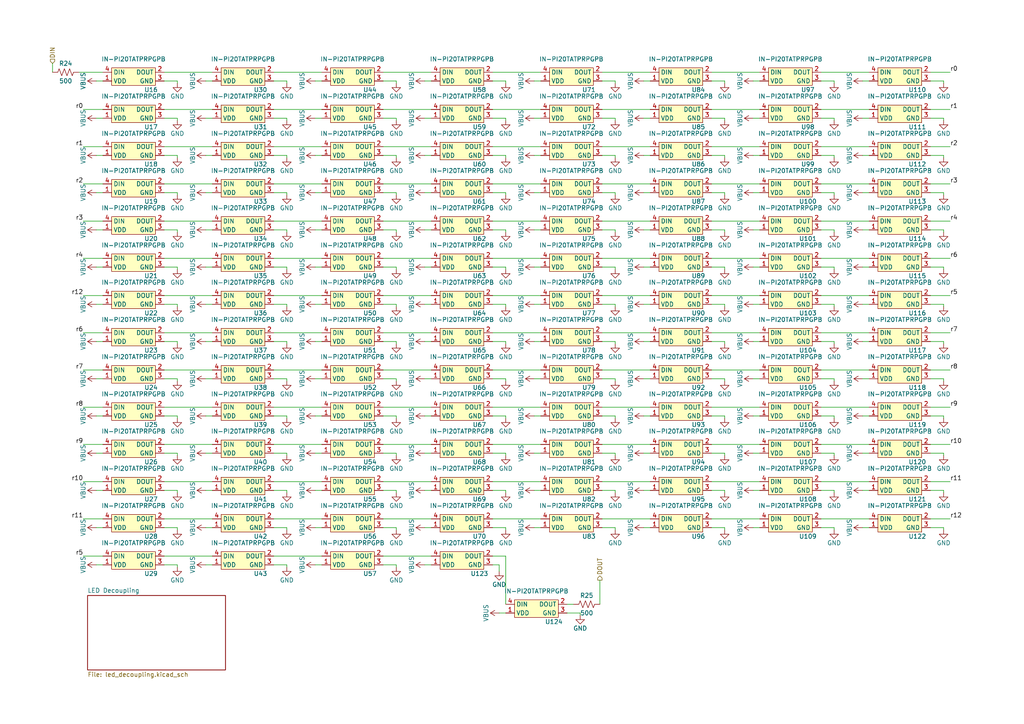
<source format=kicad_sch>
(kicad_sch (version 20211123) (generator eeschema)
  (paper "A4")
  (wire (pts (xy 51.435 153.67) (xy 51.435 153.035)))
  (wire (pts (xy 114.935 132.08) (xy 114.935 131.445)))
  (wire (pts (xy 114.935 131.445) (xy 111.125 131.445)))
  (wire (pts (xy 51.435 77.47) (xy 47.625 77.47)))
  (wire (pts (xy 91.44 163.83) (xy 93.345 163.83)))
  (wire (pts (xy 146.685 142.24) (xy 142.875 142.24)))
  (wire (pts (xy 241.935 77.47) (xy 238.125 77.47)))
  (wire (pts (xy 241.935 66.675) (xy 238.125 66.675)))
  (wire (pts (xy 218.44 142.24) (xy 220.345 142.24)))
  (wire (pts (xy 206.375 31.75) (xy 220.345 31.75)))
  (wire (pts (xy 186.69 88.265) (xy 188.595 88.265)))
  (wire (pts (xy 111.125 85.725) (xy 125.095 85.725)))
  (wire (pts (xy 273.685 153.035) (xy 269.875 153.035)))
  (wire (pts (xy 250.19 23.495) (xy 252.095 23.495)))
  (wire (pts (xy 241.935 67.31) (xy 241.935 66.675)))
  (wire (pts (xy 250.19 99.06) (xy 252.095 99.06)))
  (wire (pts (xy 123.19 163.83) (xy 125.095 163.83)))
  (wire (pts (xy 29.845 118.11) (xy 24.13 118.11)))
  (wire (pts (xy 123.19 99.06) (xy 125.095 99.06)))
  (wire (pts (xy 83.185 77.47) (xy 79.375 77.47)))
  (wire (pts (xy 51.435 132.08) (xy 51.435 131.445)))
  (wire (pts (xy 114.935 153.035) (xy 111.125 153.035)))
  (wire (pts (xy 174.625 96.52) (xy 188.595 96.52)))
  (wire (pts (xy 241.935 142.875) (xy 241.935 142.24)))
  (wire (pts (xy 83.185 132.08) (xy 83.185 131.445)))
  (wire (pts (xy 29.845 53.34) (xy 24.13 53.34)))
  (wire (pts (xy 114.935 120.65) (xy 111.125 120.65)))
  (wire (pts (xy 186.69 55.88) (xy 188.595 55.88)))
  (wire (pts (xy 210.185 120.65) (xy 206.375 120.65)))
  (wire (pts (xy 146.685 78.105) (xy 146.685 77.47)))
  (wire (pts (xy 241.935 153.67) (xy 241.935 153.035)))
  (wire (pts (xy 51.435 55.88) (xy 47.625 55.88)))
  (wire (pts (xy 154.94 131.445) (xy 156.845 131.445)))
  (wire (pts (xy 146.685 175.26) (xy 146.685 161.29)))
  (wire (pts (xy 273.685 120.65) (xy 269.875 120.65)))
  (wire (pts (xy 59.69 99.06) (xy 61.595 99.06)))
  (wire (pts (xy 250.19 153.035) (xy 252.095 153.035)))
  (wire (pts (xy 123.19 131.445) (xy 125.095 131.445)))
  (wire (pts (xy 114.935 56.515) (xy 114.935 55.88)))
  (wire (pts (xy 111.125 118.11) (xy 125.095 118.11)))
  (wire (pts (xy 273.685 67.31) (xy 273.685 66.675)))
  (wire (pts (xy 250.19 131.445) (xy 252.095 131.445)))
  (wire (pts (xy 51.435 110.49) (xy 51.435 109.855)))
  (wire (pts (xy 178.435 78.105) (xy 178.435 77.47)))
  (wire (pts (xy 29.845 31.75) (xy 24.13 31.75)))
  (wire (pts (xy 111.125 161.29) (xy 125.095 161.29)))
  (wire (pts (xy 146.685 67.31) (xy 146.685 66.675)))
  (wire (pts (xy 142.875 139.7) (xy 156.845 139.7)))
  (wire (pts (xy 174.625 53.34) (xy 188.595 53.34)))
  (wire (pts (xy 241.935 142.24) (xy 238.125 142.24)))
  (wire (pts (xy 210.185 131.445) (xy 206.375 131.445)))
  (wire (pts (xy 210.185 34.29) (xy 206.375 34.29)))
  (wire (pts (xy 79.375 53.34) (xy 93.345 53.34)))
  (wire (pts (xy 51.435 153.035) (xy 47.625 153.035)))
  (wire (pts (xy 47.625 139.7) (xy 61.595 139.7)))
  (wire (pts (xy 83.185 88.9) (xy 83.185 88.265)))
  (wire (pts (xy 273.685 78.105) (xy 273.685 77.47)))
  (wire (pts (xy 154.94 55.88) (xy 156.845 55.88)))
  (wire (pts (xy 241.935 34.925) (xy 241.935 34.29)))
  (wire (pts (xy 218.44 23.495) (xy 220.345 23.495)))
  (wire (pts (xy 218.44 88.265) (xy 220.345 88.265)))
  (wire (pts (xy 51.435 99.695) (xy 51.435 99.06)))
  (wire (pts (xy 142.875 42.545) (xy 156.845 42.545)))
  (wire (pts (xy 238.125 139.7) (xy 252.095 139.7)))
  (wire (pts (xy 27.94 163.83) (xy 29.845 163.83)))
  (wire (pts (xy 51.435 56.515) (xy 51.435 55.88)))
  (wire (pts (xy 123.19 45.085) (xy 125.095 45.085)))
  (wire (pts (xy 51.435 142.875) (xy 51.435 142.24)))
  (wire (pts (xy 83.185 56.515) (xy 83.185 55.88)))
  (wire (pts (xy 83.185 66.675) (xy 79.375 66.675)))
  (wire (pts (xy 59.69 34.29) (xy 61.595 34.29)))
  (wire (pts (xy 206.375 20.955) (xy 220.345 20.955)))
  (wire (pts (xy 29.845 64.135) (xy 24.13 64.135)))
  (wire (pts (xy 241.935 120.65) (xy 238.125 120.65)))
  (wire (pts (xy 218.44 66.675) (xy 220.345 66.675)))
  (wire (pts (xy 123.19 34.29) (xy 125.095 34.29)))
  (wire (pts (xy 206.375 53.34) (xy 220.345 53.34)))
  (wire (pts (xy 114.935 45.085) (xy 111.125 45.085)))
  (wire (pts (xy 273.685 77.47) (xy 269.875 77.47)))
  (wire (pts (xy 47.625 74.93) (xy 61.595 74.93)))
  (wire (pts (xy 146.685 99.695) (xy 146.685 99.06)))
  (wire (pts (xy 29.845 150.495) (xy 24.13 150.495)))
  (wire (pts (xy 241.935 23.495) (xy 238.125 23.495)))
  (wire (pts (xy 83.185 78.105) (xy 83.185 77.47)))
  (wire (pts (xy 146.685 34.925) (xy 146.685 34.29)))
  (wire (pts (xy 186.69 34.29) (xy 188.595 34.29)))
  (wire (pts (xy 51.435 88.9) (xy 51.435 88.265)))
  (wire (pts (xy 27.94 88.265) (xy 29.845 88.265)))
  (wire (pts (xy 47.625 96.52) (xy 61.595 96.52)))
  (wire (pts (xy 111.125 74.93) (xy 125.095 74.93)))
  (wire (pts (xy 91.44 23.495) (xy 93.345 23.495)))
  (wire (pts (xy 273.685 142.24) (xy 269.875 142.24)))
  (wire (pts (xy 186.69 131.445) (xy 188.595 131.445)))
  (wire (pts (xy 154.94 109.855) (xy 156.845 109.855)))
  (wire (pts (xy 47.625 31.75) (xy 61.595 31.75)))
  (wire (pts (xy 178.435 88.9) (xy 178.435 88.265)))
  (wire (pts (xy 83.185 131.445) (xy 79.375 131.445)))
  (wire (pts (xy 111.125 128.905) (xy 125.095 128.905)))
  (wire (pts (xy 206.375 139.7) (xy 220.345 139.7)))
  (wire (pts (xy 269.875 20.955) (xy 275.59 20.955)))
  (wire (pts (xy 51.435 34.925) (xy 51.435 34.29)))
  (wire (pts (xy 273.685 109.855) (xy 269.875 109.855)))
  (wire (pts (xy 206.375 42.545) (xy 220.345 42.545)))
  (wire (pts (xy 51.435 121.285) (xy 51.435 120.65)))
  (wire (pts (xy 59.69 163.83) (xy 61.595 163.83)))
  (wire (pts (xy 164.465 175.26) (xy 166.37 175.26)))
  (wire (pts (xy 114.935 142.875) (xy 114.935 142.24)))
  (wire (pts (xy 51.435 45.72) (xy 51.435 45.085)))
  (wire (pts (xy 79.375 128.905) (xy 93.345 128.905)))
  (wire (pts (xy 27.94 153.035) (xy 29.845 153.035)))
  (wire (pts (xy 51.435 163.83) (xy 47.625 163.83)))
  (wire (pts (xy 186.69 153.035) (xy 188.595 153.035)))
  (wire (pts (xy 51.435 142.24) (xy 47.625 142.24)))
  (wire (pts (xy 114.935 34.29) (xy 111.125 34.29)))
  (wire (pts (xy 146.685 77.47) (xy 142.875 77.47)))
  (wire (pts (xy 269.875 31.75) (xy 275.59 31.75)))
  (wire (pts (xy 241.935 88.265) (xy 238.125 88.265)))
  (wire (pts (xy 146.685 109.855) (xy 142.875 109.855)))
  (wire (pts (xy 29.845 139.7) (xy 24.13 139.7)))
  (wire (pts (xy 29.845 96.52) (xy 24.13 96.52)))
  (wire (pts (xy 123.19 23.495) (xy 125.095 23.495)))
  (wire (pts (xy 123.19 153.035) (xy 125.095 153.035)))
  (wire (pts (xy 178.435 109.855) (xy 174.625 109.855)))
  (wire (pts (xy 91.44 55.88) (xy 93.345 55.88)))
  (wire (pts (xy 238.125 31.75) (xy 252.095 31.75)))
  (wire (pts (xy 210.185 88.265) (xy 206.375 88.265)))
  (wire (pts (xy 218.44 99.06) (xy 220.345 99.06)))
  (wire (pts (xy 91.44 66.675) (xy 93.345 66.675)))
  (wire (pts (xy 29.845 128.905) (xy 24.13 128.905)))
  (wire (pts (xy 178.435 142.875) (xy 178.435 142.24)))
  (wire (pts (xy 142.875 53.34) (xy 156.845 53.34)))
  (wire (pts (xy 83.185 153.67) (xy 83.185 153.035)))
  (wire (pts (xy 27.94 34.29) (xy 29.845 34.29)))
  (wire (pts (xy 114.935 88.265) (xy 111.125 88.265)))
  (wire (pts (xy 269.875 96.52) (xy 275.59 96.52)))
  (wire (pts (xy 91.44 109.855) (xy 93.345 109.855)))
  (wire (pts (xy 210.185 45.72) (xy 210.185 45.085)))
  (wire (pts (xy 269.875 107.315) (xy 275.59 107.315)))
  (wire (pts (xy 210.185 142.24) (xy 206.375 142.24)))
  (wire (pts (xy 186.69 23.495) (xy 188.595 23.495)))
  (wire (pts (xy 51.435 23.495) (xy 47.625 23.495)))
  (wire (pts (xy 273.685 45.085) (xy 269.875 45.085)))
  (wire (pts (xy 178.435 34.29) (xy 174.625 34.29)))
  (wire (pts (xy 218.44 45.085) (xy 220.345 45.085)))
  (wire (pts (xy 146.685 132.08) (xy 146.685 131.445)))
  (wire (pts (xy 174.625 107.315) (xy 188.595 107.315)))
  (wire (pts (xy 178.435 153.67) (xy 178.435 153.035)))
  (wire (pts (xy 210.185 77.47) (xy 206.375 77.47)))
  (wire (pts (xy 142.875 128.905) (xy 156.845 128.905)))
  (wire (pts (xy 206.375 128.905) (xy 220.345 128.905)))
  (wire (pts (xy 273.685 45.72) (xy 273.685 45.085)))
  (wire (pts (xy 47.625 20.955) (xy 61.595 20.955)))
  (wire (pts (xy 91.44 153.035) (xy 93.345 153.035)))
  (wire (pts (xy 273.685 99.06) (xy 269.875 99.06)))
  (wire (pts (xy 238.125 20.955) (xy 252.095 20.955)))
  (wire (pts (xy 114.935 163.83) (xy 111.125 163.83)))
  (wire (pts (xy 154.94 120.65) (xy 156.845 120.65)))
  (wire (pts (xy 114.935 23.495) (xy 111.125 23.495)))
  (wire (pts (xy 241.935 99.695) (xy 241.935 99.06)))
  (wire (pts (xy 114.935 66.675) (xy 111.125 66.675)))
  (wire (pts (xy 111.125 139.7) (xy 125.095 139.7)))
  (wire (pts (xy 154.94 34.29) (xy 156.845 34.29)))
  (wire (pts (xy 51.435 78.105) (xy 51.435 77.47)))
  (wire (pts (xy 206.375 64.135) (xy 220.345 64.135)))
  (wire (pts (xy 154.94 88.265) (xy 156.845 88.265)))
  (wire (pts (xy 186.69 66.675) (xy 188.595 66.675)))
  (wire (pts (xy 29.845 74.93) (xy 24.13 74.93)))
  (wire (pts (xy 250.19 142.24) (xy 252.095 142.24)))
  (wire (pts (xy 79.375 74.93) (xy 93.345 74.93)))
  (wire (pts (xy 83.185 99.06) (xy 79.375 99.06)))
  (wire (pts (xy 47.625 118.11) (xy 61.595 118.11)))
  (wire (pts (xy 210.185 110.49) (xy 210.185 109.855)))
  (wire (pts (xy 168.275 178.435) (xy 168.275 177.8)))
  (wire (pts (xy 123.19 66.675) (xy 125.095 66.675)))
  (wire (pts (xy 27.94 142.24) (xy 29.845 142.24)))
  (wire (pts (xy 174.625 118.11) (xy 188.595 118.11)))
  (wire (pts (xy 241.935 109.855) (xy 238.125 109.855)))
  (wire (pts (xy 51.435 120.65) (xy 47.625 120.65)))
  (wire (pts (xy 241.935 110.49) (xy 241.935 109.855)))
  (wire (pts (xy 210.185 24.13) (xy 210.185 23.495)))
  (wire (pts (xy 51.435 164.465) (xy 51.435 163.83)))
  (wire (pts (xy 178.435 99.695) (xy 178.435 99.06)))
  (wire (pts (xy 178.435 55.88) (xy 174.625 55.88)))
  (wire (pts (xy 123.19 109.855) (xy 125.095 109.855)))
  (wire (pts (xy 241.935 55.88) (xy 238.125 55.88)))
  (wire (pts (xy 178.435 24.13) (xy 178.435 23.495)))
  (wire (pts (xy 142.875 107.315) (xy 156.845 107.315)))
  (wire (pts (xy 273.685 142.875) (xy 273.685 142.24)))
  (wire (pts (xy 210.185 45.085) (xy 206.375 45.085)))
  (wire (pts (xy 238.125 64.135) (xy 252.095 64.135)))
  (wire (pts (xy 91.44 120.65) (xy 93.345 120.65)))
  (wire (pts (xy 269.875 128.905) (xy 275.59 128.905)))
  (wire (pts (xy 146.685 34.29) (xy 142.875 34.29)))
  (wire (pts (xy 186.69 77.47) (xy 188.595 77.47)))
  (wire (pts (xy 273.685 88.9) (xy 273.685 88.265)))
  (wire (pts (xy 210.185 142.875) (xy 210.185 142.24)))
  (wire (pts (xy 174.625 31.75) (xy 188.595 31.75)))
  (wire (pts (xy 114.935 34.925) (xy 114.935 34.29)))
  (wire (pts (xy 83.185 120.65) (xy 79.375 120.65)))
  (wire (pts (xy 59.69 66.675) (xy 61.595 66.675)))
  (wire (pts (xy 210.185 88.9) (xy 210.185 88.265)))
  (wire (pts (xy 238.125 74.93) (xy 252.095 74.93)))
  (wire (pts (xy 146.685 153.67) (xy 146.685 153.035)))
  (wire (pts (xy 210.185 153.67) (xy 210.185 153.035)))
  (wire (pts (xy 250.19 109.855) (xy 252.095 109.855)))
  (wire (pts (xy 173.99 168.275) (xy 173.99 175.26)))
  (wire (pts (xy 178.435 142.24) (xy 174.625 142.24)))
  (wire (pts (xy 146.685 88.9) (xy 146.685 88.265)))
  (wire (pts (xy 178.435 121.285) (xy 178.435 120.65)))
  (wire (pts (xy 273.685 55.88) (xy 269.875 55.88)))
  (wire (pts (xy 174.625 64.135) (xy 188.595 64.135)))
  (wire (pts (xy 218.44 120.65) (xy 220.345 120.65)))
  (wire (pts (xy 218.44 34.29) (xy 220.345 34.29)))
  (wire (pts (xy 47.625 128.905) (xy 61.595 128.905)))
  (wire (pts (xy 111.125 96.52) (xy 125.095 96.52)))
  (wire (pts (xy 79.375 96.52) (xy 93.345 96.52)))
  (wire (pts (xy 154.94 77.47) (xy 156.845 77.47)))
  (wire (pts (xy 111.125 42.545) (xy 125.095 42.545)))
  (wire (pts (xy 273.685 88.265) (xy 269.875 88.265)))
  (wire (pts (xy 59.69 55.88) (xy 61.595 55.88)))
  (wire (pts (xy 238.125 118.11) (xy 252.095 118.11)))
  (wire (pts (xy 27.94 131.445) (xy 29.845 131.445)))
  (wire (pts (xy 210.185 67.31) (xy 210.185 66.675)))
  (wire (pts (xy 174.625 85.725) (xy 188.595 85.725)))
  (wire (pts (xy 210.185 56.515) (xy 210.185 55.88)))
  (wire (pts (xy 59.69 77.47) (xy 61.595 77.47)))
  (wire (pts (xy 79.375 161.29) (xy 93.345 161.29)))
  (wire (pts (xy 206.375 96.52) (xy 220.345 96.52)))
  (wire (pts (xy 186.69 120.65) (xy 188.595 120.65)))
  (wire (pts (xy 83.185 67.31) (xy 83.185 66.675)))
  (wire (pts (xy 114.935 142.24) (xy 111.125 142.24)))
  (wire (pts (xy 83.185 142.875) (xy 83.185 142.24)))
  (wire (pts (xy 83.185 109.855) (xy 79.375 109.855)))
  (wire (pts (xy 269.875 118.11) (xy 275.59 118.11)))
  (wire (pts (xy 241.935 78.105) (xy 241.935 77.47)))
  (wire (pts (xy 146.685 120.65) (xy 142.875 120.65)))
  (wire (pts (xy 269.875 42.545) (xy 275.59 42.545)))
  (wire (pts (xy 83.185 45.085) (xy 79.375 45.085)))
  (wire (pts (xy 273.685 99.695) (xy 273.685 99.06)))
  (wire (pts (xy 47.625 64.135) (xy 61.595 64.135)))
  (wire (pts (xy 83.185 55.88) (xy 79.375 55.88)))
  (wire (pts (xy 142.875 64.135) (xy 156.845 64.135)))
  (wire (pts (xy 146.685 153.035) (xy 142.875 153.035)))
  (wire (pts (xy 59.69 120.65) (xy 61.595 120.65)))
  (wire (pts (xy 114.935 77.47) (xy 111.125 77.47)))
  (wire (pts (xy 83.185 153.035) (xy 79.375 153.035)))
  (wire (pts (xy 178.435 88.265) (xy 174.625 88.265)))
  (wire (pts (xy 146.685 24.13) (xy 146.685 23.495)))
  (wire (pts (xy 123.19 55.88) (xy 125.095 55.88)))
  (wire (pts (xy 178.435 45.085) (xy 174.625 45.085)))
  (wire (pts (xy 146.685 121.285) (xy 146.685 120.65)))
  (wire (pts (xy 59.69 45.085) (xy 61.595 45.085)))
  (wire (pts (xy 51.435 109.855) (xy 47.625 109.855)))
  (wire (pts (xy 27.94 120.65) (xy 29.845 120.65)))
  (wire (pts (xy 206.375 85.725) (xy 220.345 85.725)))
  (wire (pts (xy 123.19 120.65) (xy 125.095 120.65)))
  (wire (pts (xy 142.875 20.955) (xy 156.845 20.955)))
  (wire (pts (xy 269.875 64.135) (xy 275.59 64.135)))
  (wire (pts (xy 22.86 20.955) (xy 29.845 20.955)))
  (wire (pts (xy 111.125 64.135) (xy 125.095 64.135)))
  (wire (pts (xy 83.185 142.24) (xy 79.375 142.24)))
  (wire (pts (xy 142.875 96.52) (xy 156.845 96.52)))
  (wire (pts (xy 27.94 99.06) (xy 29.845 99.06)))
  (wire (pts (xy 29.845 42.545) (xy 24.13 42.545)))
  (wire (pts (xy 146.685 161.29) (xy 142.875 161.29)))
  (wire (pts (xy 51.435 131.445) (xy 47.625 131.445)))
  (wire (pts (xy 269.875 53.34) (xy 275.59 53.34)))
  (wire (pts (xy 269.875 74.93) (xy 275.59 74.93)))
  (wire (pts (xy 168.275 177.8) (xy 164.465 177.8)))
  (wire (pts (xy 238.125 96.52) (xy 252.095 96.52)))
  (wire (pts (xy 91.44 142.24) (xy 93.345 142.24)))
  (wire (pts (xy 79.375 42.545) (xy 93.345 42.545)))
  (wire (pts (xy 114.935 109.855) (xy 111.125 109.855)))
  (wire (pts (xy 83.185 88.265) (xy 79.375 88.265)))
  (wire (pts (xy 146.685 131.445) (xy 142.875 131.445)))
  (wire (pts (xy 154.94 66.675) (xy 156.845 66.675)))
  (wire (pts (xy 47.625 53.34) (xy 61.595 53.34)))
  (wire (pts (xy 27.94 23.495) (xy 29.845 23.495)))
  (wire (pts (xy 91.44 99.06) (xy 93.345 99.06)))
  (wire (pts (xy 250.19 77.47) (xy 252.095 77.47)))
  (wire (pts (xy 206.375 107.315) (xy 220.345 107.315)))
  (wire (pts (xy 250.19 55.88) (xy 252.095 55.88)))
  (wire (pts (xy 29.845 161.29) (xy 24.13 161.29)))
  (wire (pts (xy 269.875 150.495) (xy 275.59 150.495)))
  (wire (pts (xy 123.19 88.265) (xy 125.095 88.265)))
  (wire (pts (xy 114.935 164.465) (xy 114.935 163.83)))
  (wire (pts (xy 27.94 109.855) (xy 29.845 109.855)))
  (wire (pts (xy 210.185 109.855) (xy 206.375 109.855)))
  (wire (pts (xy 241.935 34.29) (xy 238.125 34.29)))
  (wire (pts (xy 269.875 85.725) (xy 275.59 85.725)))
  (wire (pts (xy 91.44 77.47) (xy 93.345 77.47)))
  (wire (pts (xy 111.125 107.315) (xy 125.095 107.315)))
  (wire (pts (xy 146.685 56.515) (xy 146.685 55.88)))
  (wire (pts (xy 146.685 88.265) (xy 142.875 88.265)))
  (wire (pts (xy 178.435 34.925) (xy 178.435 34.29)))
  (wire (pts (xy 178.435 67.31) (xy 178.435 66.675)))
  (wire (pts (xy 114.935 24.13) (xy 114.935 23.495)))
  (wire (pts (xy 114.935 78.105) (xy 114.935 77.47)))
  (wire (pts (xy 210.185 99.695) (xy 210.185 99.06)))
  (wire (pts (xy 273.685 121.285) (xy 273.685 120.65)))
  (wire (pts (xy 154.94 23.495) (xy 156.845 23.495)))
  (wire (pts (xy 114.935 99.695) (xy 114.935 99.06)))
  (wire (pts (xy 79.375 107.315) (xy 93.345 107.315)))
  (wire (pts (xy 178.435 120.65) (xy 174.625 120.65)))
  (wire (pts (xy 15.24 18.415) (xy 15.24 20.955)))
  (wire (pts (xy 241.935 45.085) (xy 238.125 45.085)))
  (wire (pts (xy 83.185 34.925) (xy 83.185 34.29)))
  (wire (pts (xy 206.375 74.93) (xy 220.345 74.93)))
  (wire (pts (xy 51.435 45.085) (xy 47.625 45.085)))
  (wire (pts (xy 51.435 67.31) (xy 51.435 66.675)))
  (wire (pts (xy 250.19 120.65) (xy 252.095 120.65)))
  (wire (pts (xy 146.685 110.49) (xy 146.685 109.855)))
  (wire (pts (xy 250.19 45.085) (xy 252.095 45.085)))
  (wire (pts (xy 146.685 142.875) (xy 146.685 142.24)))
  (wire (pts (xy 238.125 128.905) (xy 252.095 128.905)))
  (wire (pts (xy 250.19 34.29) (xy 252.095 34.29)))
  (wire (pts (xy 210.185 55.88) (xy 206.375 55.88)))
  (wire (pts (xy 210.185 66.675) (xy 206.375 66.675)))
  (wire (pts (xy 178.435 23.495) (xy 174.625 23.495)))
  (wire (pts (xy 174.625 74.93) (xy 188.595 74.93)))
  (wire (pts (xy 83.185 34.29) (xy 79.375 34.29)))
  (wire (pts (xy 273.685 34.925) (xy 273.685 34.29)))
  (wire (pts (xy 114.935 110.49) (xy 114.935 109.855)))
  (wire (pts (xy 178.435 132.08) (xy 178.435 131.445)))
  (wire (pts (xy 186.69 109.855) (xy 188.595 109.855)))
  (wire (pts (xy 144.78 177.8) (xy 146.685 177.8)))
  (wire (pts (xy 123.19 77.47) (xy 125.095 77.47)))
  (wire (pts (xy 241.935 131.445) (xy 238.125 131.445)))
  (wire (pts (xy 47.625 161.29) (xy 61.595 161.29)))
  (wire (pts (xy 91.44 34.29) (xy 93.345 34.29)))
  (wire (pts (xy 27.94 45.085) (xy 29.845 45.085)))
  (wire (pts (xy 83.185 164.465) (xy 83.185 163.83)))
  (wire (pts (xy 186.69 142.24) (xy 188.595 142.24)))
  (wire (pts (xy 27.94 66.675) (xy 29.845 66.675)))
  (wire (pts (xy 114.935 88.9) (xy 114.935 88.265)))
  (wire (pts (xy 174.625 42.545) (xy 188.595 42.545)))
  (wire (pts (xy 178.435 66.675) (xy 174.625 66.675)))
  (wire (pts (xy 238.125 53.34) (xy 252.095 53.34)))
  (wire (pts (xy 241.935 99.06) (xy 238.125 99.06)))
  (wire (pts (xy 79.375 139.7) (xy 93.345 139.7)))
  (wire (pts (xy 51.435 99.06) (xy 47.625 99.06)))
  (wire (pts (xy 273.685 132.08) (xy 273.685 131.445)))
  (wire (pts (xy 114.935 55.88) (xy 111.125 55.88)))
  (wire (pts (xy 178.435 110.49) (xy 178.435 109.855)))
  (wire (pts (xy 142.875 150.495) (xy 156.845 150.495)))
  (wire (pts (xy 218.44 55.88) (xy 220.345 55.88)))
  (wire (pts (xy 59.69 142.24) (xy 61.595 142.24)))
  (wire (pts (xy 144.78 163.83) (xy 142.875 163.83)))
  (wire (pts (xy 114.935 45.72) (xy 114.935 45.085)))
  (wire (pts (xy 111.125 20.955) (xy 125.095 20.955)))
  (wire (pts (xy 29.845 85.725) (xy 24.13 85.725)))
  (wire (pts (xy 51.435 24.13) (xy 51.435 23.495)))
  (wire (pts (xy 273.685 153.67) (xy 273.685 153.035)))
  (wire (pts (xy 142.875 85.725) (xy 156.845 85.725)))
  (wire (pts (xy 241.935 121.285) (xy 241.935 120.65)))
  (wire (pts (xy 241.935 132.08) (xy 241.935 131.445)))
  (wire (pts (xy 114.935 99.06) (xy 111.125 99.06)))
  (wire (pts (xy 146.685 66.675) (xy 142.875 66.675)))
  (wire (pts (xy 144.78 165.735) (xy 144.78 163.83)))
  (wire (pts (xy 91.44 88.265) (xy 93.345 88.265)))
  (wire (pts (xy 269.875 139.7) (xy 275.59 139.7)))
  (wire (pts (xy 83.185 45.72) (xy 83.185 45.085)))
  (wire (pts (xy 273.685 66.675) (xy 269.875 66.675)))
  (wire (pts (xy 218.44 77.47) (xy 220.345 77.47)))
  (wire (pts (xy 250.19 66.675) (xy 252.095 66.675)))
  (wire (pts (xy 47.625 150.495) (xy 61.595 150.495)))
  (wire (pts (xy 83.185 110.49) (xy 83.185 109.855)))
  (wire (pts (xy 238.125 42.545) (xy 252.095 42.545)))
  (wire (pts (xy 59.69 153.035) (xy 61.595 153.035)))
  (wire (pts (xy 47.625 85.725) (xy 61.595 85.725)))
  (wire (pts (xy 146.685 55.88) (xy 142.875 55.88)))
  (wire (pts (xy 206.375 150.495) (xy 220.345 150.495)))
  (wire (pts (xy 238.125 85.725) (xy 252.095 85.725)))
  (wire (pts (xy 186.69 45.085) (xy 188.595 45.085)))
  (wire (pts (xy 146.685 45.72) (xy 146.685 45.085)))
  (wire (pts (xy 238.125 107.315) (xy 252.095 107.315)))
  (wire (pts (xy 273.685 34.29) (xy 269.875 34.29)))
  (wire (pts (xy 273.685 24.13) (xy 273.685 23.495)))
  (wire (pts (xy 218.44 153.035) (xy 220.345 153.035)))
  (wire (pts (xy 178.435 45.72) (xy 178.435 45.085)))
  (wire (pts (xy 238.125 150.495) (xy 252.095 150.495)))
  (wire (pts (xy 210.185 23.495) (xy 206.375 23.495)))
  (wire (pts (xy 241.935 24.13) (xy 241.935 23.495)))
  (wire (pts (xy 51.435 34.29) (xy 47.625 34.29)))
  (wire (pts (xy 174.625 128.905) (xy 188.595 128.905)))
  (wire (pts (xy 218.44 109.855) (xy 220.345 109.855)))
  (wire (pts (xy 47.625 107.315) (xy 61.595 107.315)))
  (wire (pts (xy 273.685 23.495) (xy 269.875 23.495)))
  (wire (pts (xy 178.435 56.515) (xy 178.435 55.88)))
  (wire (pts (xy 114.935 67.31) (xy 114.935 66.675)))
  (wire (pts (xy 83.185 121.285) (xy 83.185 120.65)))
  (wire (pts (xy 59.69 88.265) (xy 61.595 88.265)))
  (wire (pts (xy 210.185 121.285) (xy 210.185 120.65)))
  (wire (pts (xy 29.845 107.315) (xy 24.13 107.315)))
  (wire (pts (xy 123.19 142.24) (xy 125.095 142.24)))
  (wire (pts (xy 154.94 99.06) (xy 156.845 99.06)))
  (wire (pts (xy 178.435 77.47) (xy 174.625 77.47)))
  (wire (pts (xy 79.375 31.75) (xy 93.345 31.75)))
  (wire (pts (xy 174.625 139.7) (xy 188.595 139.7)))
  (wire (pts (xy 114.935 153.67) (xy 114.935 153.035)))
  (wire (pts (xy 178.435 131.445) (xy 174.625 131.445)))
  (wire (pts (xy 79.375 118.11) (xy 93.345 118.11)))
  (wire (pts (xy 59.69 23.495) (xy 61.595 23.495)))
  (wire (pts (xy 273.685 131.445) (xy 269.875 131.445)))
  (wire (pts (xy 273.685 56.515) (xy 273.685 55.88)))
  (wire (pts (xy 142.875 74.93) (xy 156.845 74.93)))
  (wire (pts (xy 241.935 153.035) (xy 238.125 153.035)))
  (wire (pts (xy 174.625 20.955) (xy 188.595 20.955)))
  (wire (pts (xy 111.125 150.495) (xy 125.095 150.495)))
  (wire (pts (xy 79.375 150.495) (xy 93.345 150.495)))
  (wire (pts (xy 59.69 109.855) (xy 61.595 109.855)))
  (wire (pts (xy 206.375 118.11) (xy 220.345 118.11)))
  (wire (pts (xy 241.935 45.72) (xy 241.935 45.085)))
  (wire (pts (xy 210.185 132.08) (xy 210.185 131.445)))
  (wire (pts (xy 142.875 31.75) (xy 156.845 31.75)))
  (wire (pts (xy 210.185 34.925) (xy 210.185 34.29)))
  (wire (pts (xy 59.69 131.445) (xy 61.595 131.445)))
  (wire (pts (xy 178.435 99.06) (xy 174.625 99.06)))
  (wire (pts (xy 146.685 45.085) (xy 142.875 45.085)))
  (wire (pts (xy 273.685 110.49) (xy 273.685 109.855)))
  (wire (pts (xy 210.185 99.06) (xy 206.375 99.06)))
  (wire (pts (xy 218.44 131.445) (xy 220.345 131.445)))
  (wire (pts (xy 146.685 99.06) (xy 142.875 99.06)))
  (wire (pts (xy 51.435 88.265) (xy 47.625 88.265)))
  (wire (pts (xy 47.625 42.545) (xy 61.595 42.545)))
  (wire (pts (xy 186.69 99.06) (xy 188.595 99.06)))
  (wire (pts (xy 27.94 55.88) (xy 29.845 55.88)))
  (wire (pts (xy 111.125 53.34) (xy 125.095 53.34)))
  (wire (pts (xy 83.185 99.695) (xy 83.185 99.06)))
  (wire (pts (xy 83.185 24.13) (xy 83.185 23.495)))
  (wire (pts (xy 51.435 66.675) (xy 47.625 66.675)))
  (wire (pts (xy 178.435 153.035) (xy 174.625 153.035)))
  (wire (pts (xy 91.44 131.445) (xy 93.345 131.445)))
  (wire (pts (xy 79.375 64.135) (xy 93.345 64.135)))
  (wire (pts (xy 146.685 23.495) (xy 142.875 23.495)))
  (wire (pts (xy 79.375 20.955) (xy 93.345 20.955)))
  (wire (pts (xy 154.94 153.035) (xy 156.845 153.035)))
  (wire (pts (xy 154.94 142.24) (xy 156.845 142.24)))
  (wire (pts (xy 154.94 45.085) (xy 156.845 45.085)))
  (wire (pts (xy 174.625 150.495) (xy 188.595 150.495)))
  (wire (pts (xy 111.125 31.75) (xy 125.095 31.75)))
  (wire (pts (xy 210.185 153.035) (xy 206.375 153.035)))
  (wire (pts (xy 91.44 45.085) (xy 93.345 45.085)))
  (wire (pts (xy 27.94 77.47) (xy 29.845 77.47)))
  (wire (pts (xy 83.185 163.83) (xy 79.375 163.83)))
  (wire (pts (xy 241.935 56.515) (xy 241.935 55.88)))
  (wire (pts (xy 114.935 121.285) (xy 114.935 120.65)))
  (wire (pts (xy 250.19 88.265) (xy 252.095 88.265)))
  (wire (pts (xy 83.185 23.495) (xy 79.375 23.495)))
  (wire (pts (xy 241.935 88.9) (xy 241.935 88.265)))
  (wire (pts (xy 210.185 78.105) (xy 210.185 77.47)))
  (wire (pts (xy 79.375 85.725) (xy 93.345 85.725)))
  (wire (pts (xy 142.875 118.11) (xy 156.845 118.11)))
  (label "r7" (at 24.13 107.315 180))
  (label "r9" (at 24.13 128.905 180))
  (label "r5" (at 24.13 161.29 180))
  (label "r10" (at 275.59 128.905 0))
  (label "r6" (at 275.59 74.93 0))
  (label "r4" (at 24.13 74.93 180))
  (label "r5" (at 275.59 85.725 0))
  (label "r0" (at 275.59 20.955 0))
  (label "r1" (at 275.59 31.75 0))
  (label "r4" (at 275.59 64.135 0))
  (label "r1" (at 24.13 42.545 180))
  (label "r11" (at 275.59 139.7 0))
  (label "r12" (at 24.13 85.725 180))
  (label "r3" (at 275.59 53.34 0))
  (label "r11" (at 24.13 150.495 180))
  (label "r9" (at 275.59 118.11 0))
  (label "r3" (at 24.13 64.135 180))
  (label "r2" (at 275.59 42.545 0))
  (label "r7" (at 275.59 96.52 0))
  (label "r6" (at 24.13 96.52 180))
  (label "r2" (at 24.13 53.34 180))
  (label "r8" (at 275.59 107.315 0))
  (label "r12" (at 275.59 150.495 0))
  (label "r8" (at 24.13 118.11 180))
  (label "r10" (at 24.13 139.7 180))
  (label "r0" (at 24.13 31.75 180))
  (hierarchical_label "DOUT" (shape output) (at 173.99 168.275 90))
  (hierarchical_label "DIN" (shape input) (at 15.24 18.415 90))
  (symbol (lib_id "power:VBUS") (at 154.94 23.495 90) (unit 1)
    (property "Reference" "#PWR?" (effects hide))
    (property "Value" "VBUS" (at 151.13 23.495 0))
  )
  (symbol (lib_id "power:VBUS") (at 123.19 34.29 90) (unit 1)
    (property "Reference" "#PWR?" (effects hide))
    (property "Value" "VBUS" (at 119.38 34.29 0))
  )
  (symbol (lib_id "LED_User:IN-PI20TATPRPGPB") (at 222.885 132.715 0) (unit 1)
    (property "Reference" "U107" (at 234.315 133.985 0))
    (property "Value" "IN-PI20TATPRPGPB" (at 229.235 125.095 0))
    (property "Footprint" "LED_Adressable_User:IN-PI20TATPRPGPB" (effects hide))
  )
  (symbol (lib_id "power:VBUS") (at 186.69 88.265 90) (unit 1)
    (property "Reference" "#PWR?" (effects hide))
    (property "Value" "VBUS" (at 182.88 88.265 0))
  )
  (symbol (lib_id "power:VBUS") (at 27.94 23.495 90) (unit 1)
    (property "Reference" "#PWR?" (effects hide))
    (property "Value" "VBUS" (at 24.13 23.495 0))
  )
  (symbol (lib_name "IN-PI20TATPRPGPB_11") (lib_id "LED_User:IN-PI20TATPRPGPB") (at 32.385 154.305 0) (unit 1)
    (property "Reference" "U28" (at 43.815 155.575 0))
    (property "Value" "IN-PI20TATPRPGPB" (at 38.735 146.685 0))
    (property "Footprint" "LED_Adressable_User:IN-PI20TATPRPGPB" (effects hide))
  )
  (symbol (lib_name "IN-PI20TATPRPGPB_4") (lib_id "LED_User:IN-PI20TATPRPGPB") (at 191.135 89.535 0) (unit 1)
    (property "Reference" "U90" (at 202.565 90.805 0))
    (property "Value" "IN-PI20TATPRPGPB" (at 197.485 81.915 0))
    (property "Footprint" "LED_Adressable_User:IN-PI20TATPRPGPB" (effects hide))
  )
  (symbol (lib_name "IN-PI20TATPRPGPB_6") (lib_id "LED_User:IN-PI20TATPRPGPB") (at 64.135 46.355 0) (unit 1)
    (property "Reference" "U32" (at 75.565 47.625 0))
    (property "Value" "IN-PI20TATPRPGPB" (at 70.485 38.735 0))
    (property "Footprint" "LED_Adressable_User:IN-PI20TATPRPGPB" (effects hide))
  )
  (symbol (lib_id "power:VBUS") (at 91.44 131.445 90) (unit 1)
    (property "Reference" "#PWR?" (effects hide))
    (property "Value" "VBUS" (at 87.63 131.445 0))
  )
  (symbol (lib_id "power:GND") (at 178.435 34.925 0) (unit 1)
    (property "Reference" "#PWR0163" (effects hide))
    (property "Value" "GND" (at 178.435 38.735 0))
  )
  (symbol (lib_name "IN-PI20TATPRPGPB_5") (lib_id "LED_User:IN-PI20TATPRPGPB") (at 127.635 111.125 0) (unit 1)
    (property "Reference" "U66" (at 139.065 112.395 0))
    (property "Value" "IN-PI20TATPRPGPB" (at 133.985 103.505 0))
    (property "Footprint" "LED_Adressable_User:IN-PI20TATPRPGPB" (effects hide))
  )
  (symbol (lib_id "power:GND") (at 241.935 110.49 0) (unit 1)
    (property "Reference" "#PWR0222" (effects hide))
    (property "Value" "GND" (at 241.935 114.3 0))
  )
  (symbol (lib_id "power:VBUS") (at 123.19 163.83 90) (unit 1)
    (property "Reference" "#PWR0253" (effects hide))
    (property "Value" "VBUS" (at 119.38 163.83 0))
  )
  (symbol (lib_name "IN-PI20TATPRPGPB_11") (lib_id "LED_User:IN-PI20TATPRPGPB") (at 191.135 154.305 0) (unit 1)
    (property "Reference" "U96" (at 202.565 155.575 0))
    (property "Value" "IN-PI20TATPRPGPB" (at 197.485 146.685 0))
    (property "Footprint" "LED_Adressable_User:IN-PI20TATPRPGPB" (effects hide))
  )
  (symbol (lib_id "power:VBUS") (at 186.69 55.88 90) (unit 1)
    (property "Reference" "#PWR?" (effects hide))
    (property "Value" "VBUS" (at 182.88 55.88 0))
  )
  (symbol (lib_id "power:GND") (at 114.935 24.13 0) (unit 1)
    (property "Reference" "#PWR0109" (effects hide))
    (property "Value" "GND" (at 114.935 27.94 0))
  )
  (symbol (lib_id "LED_User:IN-PI20TATPRPGPB") (at 95.885 132.715 0) (unit 1)
    (property "Reference" "U54" (at 107.315 133.985 0))
    (property "Value" "IN-PI20TATPRPGPB" (at 102.235 125.095 0))
    (property "Footprint" "LED_Adressable_User:IN-PI20TATPRPGPB" (effects hide))
  )
  (symbol (lib_id "power:GND") (at 178.435 78.105 0) (unit 1)
    (property "Reference" "#PWR0167" (effects hide))
    (property "Value" "GND" (at 178.435 81.915 0))
  )
  (symbol (lib_id "power:GND") (at 178.435 24.13 0) (unit 1)
    (property "Reference" "#PWR0162" (effects hide))
    (property "Value" "GND" (at 178.435 27.94 0))
  )
  (symbol (lib_id "power:VBUS") (at 59.69 88.265 90) (unit 1)
    (property "Reference" "#PWR?" (effects hide))
    (property "Value" "VBUS" (at 55.88 88.265 0))
  )
  (symbol (lib_id "power:GND") (at 241.935 121.285 0) (unit 1)
    (property "Reference" "#PWR0223" (effects hide))
    (property "Value" "GND" (at 241.935 125.095 0))
  )
  (symbol (lib_id "power:GND") (at 241.935 45.72 0) (unit 1)
    (property "Reference" "#PWR0216" (effects hide))
    (property "Value" "GND" (at 241.935 49.53 0))
  )
  (symbol (lib_id "power:VBUS") (at 154.94 55.88 90) (unit 1)
    (property "Reference" "#PWR?" (effects hide))
    (property "Value" "VBUS" (at 151.13 55.88 0))
  )
  (symbol (lib_id "power:VBUS") (at 27.94 34.29 90) (unit 1)
    (property "Reference" "#PWR?" (effects hide))
    (property "Value" "VBUS" (at 24.13 34.29 0))
  )
  (symbol (lib_id "power:VBUS") (at 91.44 142.24 90) (unit 1)
    (property "Reference" "#PWR?" (effects hide))
    (property "Value" "VBUS" (at 87.63 142.24 0))
  )
  (symbol (lib_name "IN-PI20TATPRPGPB_8") (lib_id "LED_User:IN-PI20TATPRPGPB") (at 222.885 24.765 0) (unit 1)
    (property "Reference" "U97" (at 234.315 26.035 0))
    (property "Value" "IN-PI20TATPRPGPB" (at 229.235 17.145 0))
    (property "Footprint" "LED_Adressable_User:IN-PI20TATPRPGPB" (effects hide))
  )
  (symbol (lib_id "power:VBUS") (at 91.44 109.855 90) (unit 1)
    (property "Reference" "#PWR?" (effects hide))
    (property "Value" "VBUS" (at 87.63 109.855 0))
  )
  (symbol (lib_id "power:VBUS") (at 91.44 34.29 90) (unit 1)
    (property "Reference" "#PWR?" (effects hide))
    (property "Value" "VBUS" (at 87.63 34.29 0))
  )
  (symbol (lib_id "power:VBUS") (at 186.69 34.29 90) (unit 1)
    (property "Reference" "#PWR?" (effects hide))
    (property "Value" "VBUS" (at 182.88 34.29 0))
  )
  (symbol (lib_name "IN-PI20TATPRPGPB_1") (lib_id "LED_User:IN-PI20TATPRPGPB") (at 32.385 100.33 0) (unit 1)
    (property "Reference" "U23" (at 43.815 101.6 0))
    (property "Value" "IN-PI20TATPRPGPB" (at 38.735 92.71 0))
    (property "Footprint" "LED_Adressable_User:IN-PI20TATPRPGPB" (effects hide))
  )
  (symbol (lib_id "power:GND") (at 146.685 45.72 0) (unit 1)
    (property "Reference" "#PWR0138" (effects hide))
    (property "Value" "GND" (at 146.685 49.53 0))
  )
  (symbol (lib_id "power:GND") (at 114.935 164.465 0) (unit 1)
    (property "Reference" "#PWR0122" (effects hide))
    (property "Value" "GND" (at 114.935 168.275 0))
  )
  (symbol (lib_name "IN-PI20TATPRPGPB_9") (lib_id "LED_User:IN-PI20TATPRPGPB") (at 254.635 57.15 0) (unit 1)
    (property "Reference" "U113" (at 266.065 58.42 0))
    (property "Value" "IN-PI20TATPRPGPB" (at 260.985 49.53 0))
    (property "Footprint" "LED_Adressable_User:IN-PI20TATPRPGPB" (effects hide))
  )
  (symbol (lib_name "IN-PI20TATPRPGPB_4") (lib_id "LED_User:IN-PI20TATPRPGPB") (at 127.635 89.535 0) (unit 1)
    (property "Reference" "U64" (at 139.065 90.805 0))
    (property "Value" "IN-PI20TATPRPGPB" (at 133.985 81.915 0))
    (property "Footprint" "LED_Adressable_User:IN-PI20TATPRPGPB" (effects hide))
  )
  (symbol (lib_id "power:GND") (at 210.185 110.49 0) (unit 1)
    (property "Reference" "#PWR0196" (effects hide))
    (property "Value" "GND" (at 210.185 114.3 0))
  )
  (symbol (lib_name "IN-PI20TATPRPGPB_2") (lib_id "LED_User:IN-PI20TATPRPGPB") (at 127.635 67.945 0) (unit 1)
    (property "Reference" "U62" (at 139.065 69.215 0))
    (property "Value" "IN-PI20TATPRPGPB" (at 133.985 60.325 0))
    (property "Footprint" "LED_Adressable_User:IN-PI20TATPRPGPB" (effects hide))
  )
  (symbol (lib_id "power:GND") (at 83.185 132.08 0) (unit 1)
    (property "Reference" "#PWR091" (effects hide))
    (property "Value" "GND" (at 83.185 135.89 0))
  )
  (symbol (lib_id "power:VBUS") (at 250.19 88.265 90) (unit 1)
    (property "Reference" "#PWR?" (effects hide))
    (property "Value" "VBUS" (at 246.38 88.265 0))
  )
  (symbol (lib_id "power:GND") (at 51.435 153.67 0) (unit 1)
    (property "Reference" "#PWR065" (effects hide))
    (property "Value" "GND" (at 51.435 157.48 0))
  )
  (symbol (lib_name "IN-PI20TATPRPGPB_7") (lib_id "LED_User:IN-PI20TATPRPGPB") (at 95.885 35.56 0) (unit 1)
    (property "Reference" "U45" (at 107.315 36.83 0))
    (property "Value" "IN-PI20TATPRPGPB" (at 102.235 27.94 0))
    (property "Footprint" "LED_Adressable_User:IN-PI20TATPRPGPB" (effects hide))
  )
  (symbol (lib_id "power:GND") (at 144.78 165.735 0) (unit 1)
    (property "Reference" "#PWR0254" (effects hide))
    (property "Value" "GND" (at 144.78 169.545 0))
  )
  (symbol (lib_name "IN-PI20TATPRPGPB_10") (lib_id "LED_User:IN-PI20TATPRPGPB") (at 64.135 121.92 0) (unit 1)
    (property "Reference" "U39" (at 75.565 123.19 0))
    (property "Value" "IN-PI20TATPRPGPB" (at 70.485 114.3 0))
    (property "Footprint" "LED_Adressable_User:IN-PI20TATPRPGPB" (effects hide))
  )
  (symbol (lib_name "IN-PI20TATPRPGPB_11") (lib_id "LED_User:IN-PI20TATPRPGPB") (at 95.885 165.1 0) (unit 1)
    (property "Reference" "U57" (at 107.315 166.37 0))
    (property "Value" "IN-PI20TATPRPGPB" (at 102.235 157.48 0))
    (property "Footprint" "LED_Adressable_User:IN-PI20TATPRPGPB" (effects hide))
  )
  (symbol (lib_id "power:GND") (at 210.185 34.925 0) (unit 1)
    (property "Reference" "#PWR0189" (effects hide))
    (property "Value" "GND" (at 210.185 38.735 0))
  )
  (symbol (lib_id "power:VBUS") (at 218.44 45.085 90) (unit 1)
    (property "Reference" "#PWR?" (effects hide))
    (property "Value" "VBUS" (at 214.63 45.085 0))
  )
  (symbol (lib_id "power:VBUS") (at 27.94 45.085 90) (unit 1)
    (property "Reference" "#PWR?" (effects hide))
    (property "Value" "VBUS" (at 24.13 45.085 0))
  )
  (symbol (lib_name "IN-PI20TATPRPGPB_9") (lib_id "LED_User:IN-PI20TATPRPGPB") (at 127.635 57.15 0) (unit 1)
    (property "Reference" "U61" (at 139.065 58.42 0))
    (property "Value" "IN-PI20TATPRPGPB" (at 133.985 49.53 0))
    (property "Footprint" "LED_Adressable_User:IN-PI20TATPRPGPB" (effects hide))
  )
  (symbol (lib_id "power:VBUS") (at 27.94 153.035 90) (unit 1)
    (property "Reference" "#PWR?" (effects hide))
    (property "Value" "VBUS" (at 24.13 153.035 0))
  )
  (symbol (lib_id "power:VBUS") (at 59.69 66.675 90) (unit 1)
    (property "Reference" "#PWR?" (effects hide))
    (property "Value" "VBUS" (at 55.88 66.675 0))
  )
  (symbol (lib_id "Device:R_US") (at 170.18 175.26 90) (unit 1)
    (property "Reference" "R25" (at 170.18 172.72 90))
    (property "Value" "500" (at 170.18 177.8 90))
    (property "Footprint" "Resistor_SMD:R_0805_2012Metric_Pad1.20x1.40mm_HandSolder" (effects hide))
  )
  (symbol (lib_name "IN-PI20TATPRPGPB_4") (lib_id "LED_User:IN-PI20TATPRPGPB") (at 64.135 89.535 0) (unit 1)
    (property "Reference" "U36" (at 75.565 90.805 0))
    (property "Value" "IN-PI20TATPRPGPB" (at 70.485 81.915 0))
    (property "Footprint" "LED_Adressable_User:IN-PI20TATPRPGPB" (effects hide))
  )
  (symbol (lib_id "power:VBUS") (at 218.44 153.035 90) (unit 1)
    (property "Reference" "#PWR?" (effects hide))
    (property "Value" "VBUS" (at 214.63 153.035 0))
  )
  (symbol (lib_id "power:GND") (at 210.185 142.875 0) (unit 1)
    (property "Reference" "#PWR0199" (effects hide))
    (property "Value" "GND" (at 210.185 146.685 0))
  )
  (symbol (lib_id "power:GND") (at 114.935 56.515 0) (unit 1)
    (property "Reference" "#PWR0112" (effects hide))
    (property "Value" "GND" (at 114.935 60.325 0))
  )
  (symbol (lib_id "power:VBUS") (at 59.69 142.24 90) (unit 1)
    (property "Reference" "#PWR?" (effects hide))
    (property "Value" "VBUS" (at 55.88 142.24 0))
  )
  (symbol (lib_id "power:GND") (at 114.935 67.31 0) (unit 1)
    (property "Reference" "#PWR0113" (effects hide))
    (property "Value" "GND" (at 114.935 71.12 0))
  )
  (symbol (lib_id "power:VBUS") (at 218.44 131.445 90) (unit 1)
    (property "Reference" "#PWR?" (effects hide))
    (property "Value" "VBUS" (at 214.63 131.445 0))
  )
  (symbol (lib_id "power:GND") (at 114.935 121.285 0) (unit 1)
    (property "Reference" "#PWR0118" (effects hide))
    (property "Value" "GND" (at 114.935 125.095 0))
  )
  (symbol (lib_id "power:VBUS") (at 218.44 66.675 90) (unit 1)
    (property "Reference" "#PWR?" (effects hide))
    (property "Value" "VBUS" (at 214.63 66.675 0))
  )
  (symbol (lib_id "power:VBUS") (at 123.19 66.675 90) (unit 1)
    (property "Reference" "#PWR?" (effects hide))
    (property "Value" "VBUS" (at 119.38 66.675 0))
  )
  (symbol (lib_name "IN-PI20TATPRPGPB_8") (lib_id "LED_User:IN-PI20TATPRPGPB") (at 191.135 24.765 0) (unit 1)
    (property "Reference" "U84" (at 202.565 26.035 0))
    (property "Value" "IN-PI20TATPRPGPB" (at 197.485 17.145 0))
    (property "Footprint" "LED_Adressable_User:IN-PI20TATPRPGPB" (effects hide))
  )
  (symbol (lib_id "power:GND") (at 51.435 110.49 0) (unit 1)
    (property "Reference" "#PWR061" (effects hide))
    (property "Value" "GND" (at 51.435 114.3 0))
  )
  (symbol (lib_id "power:GND") (at 51.435 67.31 0) (unit 1)
    (property "Reference" "#PWR057" (effects hide))
    (property "Value" "GND" (at 51.435 71.12 0))
  )
  (symbol (lib_id "power:VBUS") (at 91.44 77.47 90) (unit 1)
    (property "Reference" "#PWR?" (effects hide))
    (property "Value" "VBUS" (at 87.63 77.47 0))
  )
  (symbol (lib_id "power:VBUS") (at 250.19 142.24 90) (unit 1)
    (property "Reference" "#PWR?" (effects hide))
    (property "Value" "VBUS" (at 246.38 142.24 0))
  )
  (symbol (lib_id "power:GND") (at 146.685 67.31 0) (unit 1)
    (property "Reference" "#PWR0140" (effects hide))
    (property "Value" "GND" (at 146.685 71.12 0))
  )
  (symbol (lib_name "IN-PI20TATPRPGPB_12") (lib_id "LED_User:IN-PI20TATPRPGPB") (at 32.385 143.51 0) (unit 1)
    (property "Reference" "U27" (at 43.815 144.78 0))
    (property "Value" "IN-PI20TATPRPGPB" (at 38.735 135.89 0))
    (property "Footprint" "LED_Adressable_User:IN-PI20TATPRPGPB" (effects hide))
  )
  (symbol (lib_id "power:GND") (at 241.935 99.695 0) (unit 1)
    (property "Reference" "#PWR0221" (effects hide))
    (property "Value" "GND" (at 241.935 103.505 0))
  )
  (symbol (lib_name "IN-PI20TATPRPGPB_1") (lib_id "LED_User:IN-PI20TATPRPGPB") (at 159.385 100.33 0) (unit 1)
    (property "Reference" "U78" (at 170.815 101.6 0))
    (property "Value" "IN-PI20TATPRPGPB" (at 165.735 92.71 0))
    (property "Footprint" "LED_Adressable_User:IN-PI20TATPRPGPB" (effects hide))
  )
  (symbol (lib_id "power:GND") (at 178.435 45.72 0) (unit 1)
    (property "Reference" "#PWR0164" (effects hide))
    (property "Value" "GND" (at 178.435 49.53 0))
  )
  (symbol (lib_id "power:GND") (at 168.275 178.435 0) (unit 1)
    (property "Reference" "#PWR0256" (effects hide))
    (property "Value" "GND" (at 168.275 182.245 0))
  )
  (symbol (lib_name "IN-PI20TATPRPGPB_12") (lib_id "LED_User:IN-PI20TATPRPGPB") (at 254.635 143.51 0) (unit 1)
    (property "Reference" "U121" (at 266.065 144.78 0))
    (property "Value" "IN-PI20TATPRPGPB" (at 260.985 135.89 0))
    (property "Footprint" "LED_Adressable_User:IN-PI20TATPRPGPB" (effects hide))
  )
  (symbol (lib_id "power:VBUS") (at 154.94 45.085 90) (unit 1)
    (property "Reference" "#PWR?" (effects hide))
    (property "Value" "VBUS" (at 151.13 45.085 0))
  )
  (symbol (lib_id "power:GND") (at 146.685 132.08 0) (unit 1)
    (property "Reference" "#PWR0146" (effects hide))
    (property "Value" "GND" (at 146.685 135.89 0))
  )
  (symbol (lib_name "IN-PI20TATPRPGPB_12") (lib_id "LED_User:IN-PI20TATPRPGPB") (at 127.635 143.51 0) (unit 1)
    (property "Reference" "U69" (at 139.065 144.78 0))
    (property "Value" "IN-PI20TATPRPGPB" (at 133.985 135.89 0))
    (property "Footprint" "LED_Adressable_User:IN-PI20TATPRPGPB" (effects hide))
  )
  (symbol (lib_id "power:GND") (at 273.685 110.49 0) (unit 1)
    (property "Reference" "#PWR0248" (effects hide))
    (property "Value" "GND" (at 273.685 114.3 0))
  )
  (symbol (lib_id "power:VBUS") (at 91.44 23.495 90) (unit 1)
    (property "Reference" "#PWR?" (effects hide))
    (property "Value" "VBUS" (at 87.63 23.495 0))
  )
  (symbol (lib_id "power:GND") (at 241.935 88.9 0) (unit 1)
    (property "Reference" "#PWR0220" (effects hide))
    (property "Value" "GND" (at 241.935 92.71 0))
  )
  (symbol (lib_id "power:GND") (at 273.685 132.08 0) (unit 1)
    (property "Reference" "#PWR0250" (effects hide))
    (property "Value" "GND" (at 273.685 135.89 0))
  )
  (symbol (lib_id "power:GND") (at 83.185 88.9 0) (unit 1)
    (property "Reference" "#PWR087" (effects hide))
    (property "Value" "GND" (at 83.185 92.71 0))
  )
  (symbol (lib_name "IN-PI20TATPRPGPB_11") (lib_id "LED_User:IN-PI20TATPRPGPB") (at 254.635 154.305 0) (unit 1)
    (property "Reference" "U122" (at 266.065 155.575 0))
    (property "Value" "IN-PI20TATPRPGPB" (at 260.985 146.685 0))
    (property "Footprint" "LED_Adressable_User:IN-PI20TATPRPGPB" (effects hide))
  )
  (symbol (lib_id "power:GND") (at 146.685 142.875 0) (unit 1)
    (property "Reference" "#PWR0147" (effects hide))
    (property "Value" "GND" (at 146.685 146.685 0))
  )
  (symbol (lib_id "power:VBUS") (at 27.94 77.47 90) (unit 1)
    (property "Reference" "#PWR?" (effects hide))
    (property "Value" "VBUS" (at 24.13 77.47 0))
  )
  (symbol (lib_id "power:GND") (at 273.685 142.875 0) (unit 1)
    (property "Reference" "#PWR0251" (effects hide))
    (property "Value" "GND" (at 273.685 146.685 0))
  )
  (symbol (lib_id "power:GND") (at 178.435 132.08 0) (unit 1)
    (property "Reference" "#PWR0172" (effects hide))
    (property "Value" "GND" (at 178.435 135.89 0))
  )
  (symbol (lib_id "power:GND") (at 146.685 56.515 0) (unit 1)
    (property "Reference" "#PWR0139" (effects hide))
    (property "Value" "GND" (at 146.685 60.325 0))
  )
  (symbol (lib_name "IN-PI20TATPRPGPB_5") (lib_id "LED_User:IN-PI20TATPRPGPB") (at 254.635 111.125 0) (unit 1)
    (property "Reference" "U118" (at 266.065 112.395 0))
    (property "Value" "IN-PI20TATPRPGPB" (at 260.985 103.505 0))
    (property "Footprint" "LED_Adressable_User:IN-PI20TATPRPGPB" (effects hide))
  )
  (symbol (lib_id "power:GND") (at 51.435 78.105 0) (unit 1)
    (property "Reference" "#PWR058" (effects hide))
    (property "Value" "GND" (at 51.435 81.915 0))
  )
  (symbol (lib_name "IN-PI20TATPRPGPB_11") (lib_id "LED_User:IN-PI20TATPRPGPB") (at 127.635 165.1 0) (unit 1)
    (property "Reference" "U123" (at 139.065 166.37 0))
    (property "Value" "IN-PI20TATPRPGPB" (at 133.985 157.48 0))
    (property "Footprint" "LED_Adressable_User:IN-PI20TATPRPGPB" (effects hide))
  )
  (symbol (lib_name "IN-PI20TATPRPGPB_10") (lib_id "LED_User:IN-PI20TATPRPGPB") (at 32.385 121.92 0) (unit 1)
    (property "Reference" "U25" (at 43.815 123.19 0))
    (property "Value" "IN-PI20TATPRPGPB" (at 38.735 114.3 0))
    (property "Footprint" "LED_Adressable_User:IN-PI20TATPRPGPB" (effects hide))
  )
  (symbol (lib_id "power:GND") (at 83.185 99.695 0) (unit 1)
    (property "Reference" "#PWR088" (effects hide))
    (property "Value" "GND" (at 83.185 103.505 0))
  )
  (symbol (lib_name "IN-PI20TATPRPGPB_2") (lib_id "LED_User:IN-PI20TATPRPGPB") (at 254.635 67.945 0) (unit 1)
    (property "Reference" "U114" (at 266.065 69.215 0))
    (property "Value" "IN-PI20TATPRPGPB" (at 260.985 60.325 0))
    (property "Footprint" "LED_Adressable_User:IN-PI20TATPRPGPB" (effects hide))
  )
  (symbol (lib_id "power:GND") (at 51.435 132.08 0) (unit 1)
    (property "Reference" "#PWR063" (effects hide))
    (property "Value" "GND" (at 51.435 135.89 0))
  )
  (symbol (lib_id "power:GND") (at 51.435 24.13 0) (unit 1)
    (property "Reference" "#PWR053" (effects hide))
    (property "Value" "GND" (at 51.435 27.94 0))
  )
  (symbol (lib_name "IN-PI20TATPRPGPB_3") (lib_id "LED_User:IN-PI20TATPRPGPB") (at 64.135 78.74 0) (unit 1)
    (property "Reference" "U35" (at 75.565 80.01 0))
    (property "Value" "IN-PI20TATPRPGPB" (at 70.485 71.12 0))
    (property "Footprint" "LED_Adressable_User:IN-PI20TATPRPGPB" (effects hide))
  )
  (symbol (lib_id "power:GND") (at 114.935 45.72 0) (unit 1)
    (property "Reference" "#PWR0111" (effects hide))
    (property "Value" "GND" (at 114.935 49.53 0))
  )
  (symbol (lib_name "IN-PI20TATPRPGPB_3") (lib_id "LED_User:IN-PI20TATPRPGPB") (at 191.135 78.74 0) (unit 1)
    (property "Reference" "U89" (at 202.565 80.01 0))
    (property "Value" "IN-PI20TATPRPGPB" (at 197.485 71.12 0))
    (property "Footprint" "LED_Adressable_User:IN-PI20TATPRPGPB" (effects hide))
  )
  (symbol (lib_name "IN-PI20TATPRPGPB_6") (lib_id "LED_User:IN-PI20TATPRPGPB") (at 191.135 46.355 0) (unit 1)
    (property "Reference" "U86" (at 202.565 47.625 0))
    (property "Value" "IN-PI20TATPRPGPB" (at 197.485 38.735 0))
    (property "Footprint" "LED_Adressable_User:IN-PI20TATPRPGPB" (effects hide))
  )
  (symbol (lib_id "power:GND") (at 241.935 24.13 0) (unit 1)
    (property "Reference" "#PWR0214" (effects hide))
    (property "Value" "GND" (at 241.935 27.94 0))
  )
  (symbol (lib_id "power:VBUS") (at 250.19 66.675 90) (unit 1)
    (property "Reference" "#PWR?" (effects hide))
    (property "Value" "VBUS" (at 246.38 66.675 0))
  )
  (symbol (lib_id "power:VBUS") (at 218.44 34.29 90) (unit 1)
    (property "Reference" "#PWR?" (effects hide))
    (property "Value" "VBUS" (at 214.63 34.29 0))
  )
  (symbol (lib_name "IN-PI20TATPRPGPB_9") (lib_id "LED_User:IN-PI20TATPRPGPB") (at 191.135 57.15 0) (unit 1)
    (property "Reference" "U87" (at 202.565 58.42 0))
    (property "Value" "IN-PI20TATPRPGPB" (at 197.485 49.53 0))
    (property "Footprint" "LED_Adressable_User:IN-PI20TATPRPGPB" (effects hide))
  )
  (symbol (lib_id "power:VBUS") (at 27.94 120.65 90) (unit 1)
    (property "Reference" "#PWR?" (effects hide))
    (property "Value" "VBUS" (at 24.13 120.65 0))
  )
  (symbol (lib_name "IN-PI20TATPRPGPB_12") (lib_id "LED_User:IN-PI20TATPRPGPB") (at 64.135 143.51 0) (unit 1)
    (property "Reference" "U41" (at 75.565 144.78 0))
    (property "Value" "IN-PI20TATPRPGPB" (at 70.485 135.89 0))
    (property "Footprint" "LED_Adressable_User:IN-PI20TATPRPGPB" (effects hide))
  )
  (symbol (lib_id "power:VBUS") (at 27.94 66.675 90) (unit 1)
    (property "Reference" "#PWR?" (effects hide))
    (property "Value" "VBUS" (at 24.13 66.675 0))
  )
  (symbol (lib_id "power:VBUS") (at 59.69 34.29 90) (unit 1)
    (property "Reference" "#PWR?" (effects hide))
    (property "Value" "VBUS" (at 55.88 34.29 0))
  )
  (symbol (lib_id "power:GND") (at 83.185 24.13 0) (unit 1)
    (property "Reference" "#PWR081" (effects hide))
    (property "Value" "GND" (at 83.185 27.94 0))
  )
  (symbol (lib_id "power:VBUS") (at 218.44 109.855 90) (unit 1)
    (property "Reference" "#PWR?" (effects hide))
    (property "Value" "VBUS" (at 214.63 109.855 0))
  )
  (symbol (lib_id "power:GND") (at 114.935 88.9 0) (unit 1)
    (property "Reference" "#PWR0115" (effects hide))
    (property "Value" "GND" (at 114.935 92.71 0))
  )
  (symbol (lib_id "power:GND") (at 83.185 34.925 0) (unit 1)
    (property "Reference" "#PWR082" (effects hide))
    (property "Value" "GND" (at 83.185 38.735 0))
  )
  (symbol (lib_id "power:GND") (at 273.685 153.67 0) (unit 1)
    (property "Reference" "#PWR0252" (effects hide))
    (property "Value" "GND" (at 273.685 157.48 0))
  )
  (symbol (lib_name "IN-PI20TATPRPGPB_5") (lib_id "LED_User:IN-PI20TATPRPGPB") (at 222.885 111.125 0) (unit 1)
    (property "Reference" "U105" (at 234.315 112.395 0))
    (property "Value" "IN-PI20TATPRPGPB" (at 229.235 103.505 0))
    (property "Footprint" "LED_Adressable_User:IN-PI20TATPRPGPB" (effects hide))
  )
  (symbol (lib_name "IN-PI20TATPRPGPB_7") (lib_id "LED_User:IN-PI20TATPRPGPB") (at 64.135 35.56 0) (unit 1)
    (property "Reference" "U31" (at 75.565 36.83 0))
    (property "Value" "IN-PI20TATPRPGPB" (at 70.485 27.94 0))
    (property "Footprint" "LED_Adressable_User:IN-PI20TATPRPGPB" (effects hide))
  )
  (symbol (lib_name "IN-PI20TATPRPGPB_9") (lib_id "LED_User:IN-PI20TATPRPGPB") (at 32.385 57.15 0) (unit 1)
    (property "Reference" "U19" (at 43.815 58.42 0))
    (property "Value" "IN-PI20TATPRPGPB" (at 38.735 49.53 0))
    (property "Footprint" "LED_Adressable_User:IN-PI20TATPRPGPB" (effects hide))
  )
  (symbol (lib_id "power:VBUS") (at 154.94 120.65 90) (unit 1)
    (property "Reference" "#PWR?" (effects hide))
    (property "Value" "VBUS" (at 151.13 120.65 0))
  )
  (symbol (lib_id "power:VBUS") (at 218.44 88.265 90) (unit 1)
    (property "Reference" "#PWR?" (effects hide))
    (property "Value" "VBUS" (at 214.63 88.265 0))
  )
  (symbol (lib_name "IN-PI20TATPRPGPB_5") (lib_id "LED_User:IN-PI20TATPRPGPB") (at 159.385 111.125 0) (unit 1)
    (property "Reference" "U79" (at 170.815 112.395 0))
    (property "Value" "IN-PI20TATPRPGPB" (at 165.735 103.505 0))
    (property "Footprint" "LED_Adressable_User:IN-PI20TATPRPGPB" (effects hide))
  )
  (symbol (lib_name "IN-PI20TATPRPGPB_8") (lib_id "LED_User:IN-PI20TATPRPGPB") (at 254.635 24.765 0) (unit 1)
    (property "Reference" "U110" (at 266.065 26.035 0))
    (property "Value" "IN-PI20TATPRPGPB" (at 260.985 17.145 0))
    (property "Footprint" "LED_Adressable_User:IN-PI20TATPRPGPB" (effects hide))
  )
  (symbol (lib_name "IN-PI20TATPRPGPB_10") (lib_id "LED_User:IN-PI20TATPRPGPB") (at 127.635 121.92 0) (unit 1)
    (property "Reference" "U67" (at 139.065 123.19 0))
    (property "Value" "IN-PI20TATPRPGPB" (at 133.985 114.3 0))
    (property "Footprint" "LED_Adressable_User:IN-PI20TATPRPGPB" (effects hide))
  )
  (symbol (lib_id "power:GND") (at 114.935 142.875 0) (unit 1)
    (property "Reference" "#PWR0120" (effects hide))
    (property "Value" "GND" (at 114.935 146.685 0))
  )
  (symbol (lib_name "IN-PI20TATPRPGPB_6") (lib_id "LED_User:IN-PI20TATPRPGPB") (at 32.385 46.355 0) (unit 1)
    (property "Reference" "U18" (at 43.815 47.625 0))
    (property "Value" "IN-PI20TATPRPGPB" (at 38.735 38.735 0))
    (property "Footprint" "LED_Adressable_User:IN-PI20TATPRPGPB" (effects hide))
  )
  (symbol (lib_name "IN-PI20TATPRPGPB_5") (lib_id "LED_User:IN-PI20TATPRPGPB") (at 95.885 111.125 0) (unit 1)
    (property "Reference" "U52" (at 107.315 112.395 0))
    (property "Value" "IN-PI20TATPRPGPB" (at 102.235 103.505 0))
    (property "Footprint" "LED_Adressable_User:IN-PI20TATPRPGPB" (effects hide))
  )
  (symbol (lib_id "power:GND") (at 178.435 121.285 0) (unit 1)
    (property "Reference" "#PWR0171" (effects hide))
    (property "Value" "GND" (at 178.435 125.095 0))
  )
  (symbol (lib_id "power:VBUS") (at 59.69 153.035 90) (unit 1)
    (property "Reference" "#PWR?" (effects hide))
    (property "Value" "VBUS" (at 55.88 153.035 0))
  )
  (symbol (lib_id "power:VBUS") (at 123.19 142.24 90) (unit 1)
    (property "Reference" "#PWR?" (effects hide))
    (property "Value" "VBUS" (at 119.38 142.24 0))
  )
  (symbol (lib_id "power:GND") (at 83.185 45.72 0) (unit 1)
    (property "Reference" "#PWR083" (effects hide))
    (property "Value" "GND" (at 83.185 49.53 0))
  )
  (symbol (lib_id "power:VBUS") (at 123.19 109.855 90) (unit 1)
    (property "Reference" "#PWR?" (effects hide))
    (property "Value" "VBUS" (at 119.38 109.855 0))
  )
  (symbol (lib_name "IN-PI20TATPRPGPB_11") (lib_id "LED_User:IN-PI20TATPRPGPB") (at 159.385 154.305 0) (unit 1)
    (property "Reference" "U83" (at 170.815 155.575 0))
    (property "Value" "IN-PI20TATPRPGPB" (at 165.735 146.685 0))
    (property "Footprint" "LED_Adressable_User:IN-PI20TATPRPGPB" (effects hide))
  )
  (symbol (lib_id "power:VBUS") (at 186.69 120.65 90) (unit 1)
    (property "Reference" "#PWR?" (effects hide))
    (property "Value" "VBUS" (at 182.88 120.65 0))
  )
  (symbol (lib_id "power:GND") (at 210.185 88.9 0) (unit 1)
    (property "Reference" "#PWR0194" (effects hide))
    (property "Value" "GND" (at 210.185 92.71 0))
  )
  (symbol (lib_id "power:VBUS") (at 186.69 77.47 90) (unit 1)
    (property "Reference" "#PWR?" (effects hide))
    (property "Value" "VBUS" (at 182.88 77.47 0))
  )
  (symbol (lib_id "Device:R_US") (at 19.05 20.955 90) (unit 1)
    (property "Reference" "R24" (at 19.05 18.415 90))
    (property "Value" "500" (at 19.05 23.495 90))
    (property "Footprint" "Resistor_SMD:R_0805_2012Metric_Pad1.20x1.40mm_HandSolder" (effects hide))
  )
  (symbol (lib_id "power:GND") (at 273.685 24.13 0) (unit 1)
    (property "Reference" "#PWR0240" (effects hide))
    (property "Value" "GND" (at 273.685 27.94 0))
  )
  (symbol (lib_name "IN-PI20TATPRPGPB_2") (lib_id "LED_User:IN-PI20TATPRPGPB") (at 32.385 67.945 0) (unit 1)
    (property "Reference" "U20" (at 43.815 69.215 0))
    (property "Value" "IN-PI20TATPRPGPB" (at 38.735 60.325 0))
    (property "Footprint" "LED_Adressable_User:IN-PI20TATPRPGPB" (effects hide))
  )
  (symbol (lib_name "IN-PI20TATPRPGPB_1") (lib_id "LED_User:IN-PI20TATPRPGPB") (at 191.135 100.33 0) (unit 1)
    (property "Reference" "U91" (at 202.565 101.6 0))
    (property "Value" "IN-PI20TATPRPGPB" (at 197.485 92.71 0))
    (property "Footprint" "LED_Adressable_User:IN-PI20TATPRPGPB" (effects hide))
  )
  (symbol (lib_name "IN-PI20TATPRPGPB_8") (lib_id "LED_User:IN-PI20TATPRPGPB") (at 159.385 24.765 0) (unit 1)
    (property "Reference" "U71" (at 170.815 26.035 0))
    (property "Value" "IN-PI20TATPRPGPB" (at 165.735 17.145 0))
    (property "Footprint" "LED_Adressable_User:IN-PI20TATPRPGPB" (effects hide))
  )
  (symbol (lib_id "power:VBUS") (at 250.19 109.855 90) (unit 1)
    (property "Reference" "#PWR?" (effects hide))
    (property "Value" "VBUS" (at 246.38 109.855 0))
  )
  (symbol (lib_name "IN-PI20TATPRPGPB_11") (lib_id "LED_User:IN-PI20TATPRPGPB") (at 149.225 179.07 0) (unit 1)
    (property "Reference" "U124" (at 160.655 180.34 0))
    (property "Value" "IN-PI20TATPRPGPB" (at 155.575 171.45 0))
    (property "Footprint" "LED_Adressable_User:IN-PI20TATPRPGPB" (effects hide))
  )
  (symbol (lib_id "power:VBUS") (at 186.69 99.06 90) (unit 1)
    (property "Reference" "#PWR?" (effects hide))
    (property "Value" "VBUS" (at 182.88 99.06 0))
  )
  (symbol (lib_id "power:GND") (at 210.185 132.08 0) (unit 1)
    (property "Reference" "#PWR0198" (effects hide))
    (property "Value" "GND" (at 210.185 135.89 0))
  )
  (symbol (lib_id "power:GND") (at 178.435 56.515 0) (unit 1)
    (property "Reference" "#PWR0165" (effects hide))
    (property "Value" "GND" (at 178.435 60.325 0))
  )
  (symbol (lib_id "power:VBUS") (at 59.69 131.445 90) (unit 1)
    (property "Reference" "#PWR?" (effects hide))
    (property "Value" "VBUS" (at 55.88 131.445 0))
  )
  (symbol (lib_id "power:VBUS") (at 250.19 45.085 90) (unit 1)
    (property "Reference" "#PWR?" (effects hide))
    (property "Value" "VBUS" (at 246.38 45.085 0))
  )
  (symbol (lib_id "power:VBUS") (at 91.44 45.085 90) (unit 1)
    (property "Reference" "#PWR?" (effects hide))
    (property "Value" "VBUS" (at 87.63 45.085 0))
  )
  (symbol (lib_id "power:VBUS") (at 186.69 153.035 90) (unit 1)
    (property "Reference" "#PWR?" (effects hide))
    (property "Value" "VBUS" (at 182.88 153.035 0))
  )
  (symbol (lib_name "IN-PI20TATPRPGPB_6") (lib_id "LED_User:IN-PI20TATPRPGPB") (at 254.635 46.355 0) (unit 1)
    (property "Reference" "U112" (at 266.065 47.625 0))
    (property "Value" "IN-PI20TATPRPGPB" (at 260.985 38.735 0))
    (property "Footprint" "LED_Adressable_User:IN-PI20TATPRPGPB" (effects hide))
  )
  (symbol (lib_id "power:VBUS") (at 218.44 55.88 90) (unit 1)
    (property "Reference" "#PWR?" (effects hide))
    (property "Value" "VBUS" (at 214.63 55.88 0))
  )
  (symbol (lib_id "power:GND") (at 146.685 153.67 0) (unit 1)
    (property "Reference" "#PWR0148" (effects hide))
    (property "Value" "GND" (at 146.685 157.48 0))
  )
  (symbol (lib_name "IN-PI20TATPRPGPB_10") (lib_id "LED_User:IN-PI20TATPRPGPB") (at 95.885 121.92 0) (unit 1)
    (property "Reference" "U53" (at 107.315 123.19 0))
    (property "Value" "IN-PI20TATPRPGPB" (at 102.235 114.3 0))
    (property "Footprint" "LED_Adressable_User:IN-PI20TATPRPGPB" (effects hide))
  )
  (symbol (lib_id "power:VBUS") (at 123.19 131.445 90) (unit 1)
    (property "Reference" "#PWR?" (effects hide))
    (property "Value" "VBUS" (at 119.38 131.445 0))
  )
  (symbol (lib_id "power:GND") (at 273.685 56.515 0) (unit 1)
    (property "Reference" "#PWR0243" (effects hide))
    (property "Value" "GND" (at 273.685 60.325 0))
  )
  (symbol (lib_id "power:VBUS") (at 91.44 66.675 90) (unit 1)
    (property "Reference" "#PWR?" (effects hide))
    (property "Value" "VBUS" (at 87.63 66.675 0))
  )
  (symbol (lib_id "power:VBUS") (at 186.69 23.495 90) (unit 1)
    (property "Reference" "#PWR?" (effects hide))
    (property "Value" "VBUS" (at 182.88 23.495 0))
  )
  (symbol (lib_id "power:VBUS") (at 123.19 55.88 90) (unit 1)
    (property "Reference" "#PWR?" (effects hide))
    (property "Value" "VBUS" (at 119.38 55.88 0))
  )
  (symbol (lib_id "power:GND") (at 83.185 110.49 0) (unit 1)
    (property "Reference" "#PWR089" (effects hide))
    (property "Value" "GND" (at 83.185 114.3 0))
  )
  (symbol (lib_name "IN-PI20TATPRPGPB_9") (lib_id "LED_User:IN-PI20TATPRPGPB") (at 159.385 57.15 0) (unit 1)
    (property "Reference" "U74" (at 170.815 58.42 0))
    (property "Value" "IN-PI20TATPRPGPB" (at 165.735 49.53 0))
    (property "Footprint" "LED_Adressable_User:IN-PI20TATPRPGPB" (effects hide))
  )
  (symbol (lib_id "power:VBUS") (at 250.19 55.88 90) (unit 1)
    (property "Reference" "#PWR?" (effects hide))
    (property "Value" "VBUS" (at 246.38 55.88 0))
  )
  (symbol (lib_name "IN-PI20TATPRPGPB_5") (lib_id "LED_User:IN-PI20TATPRPGPB") (at 64.135 111.125 0) (unit 1)
    (property "Reference" "U38" (at 75.565 112.395 0))
    (property "Value" "IN-PI20TATPRPGPB" (at 70.485 103.505 0))
    (property "Footprint" "LED_Adressable_User:IN-PI20TATPRPGPB" (effects hide))
  )
  (symbol (lib_name "IN-PI20TATPRPGPB_8") (lib_id "LED_User:IN-PI20TATPRPGPB") (at 32.385 24.765 0) (unit 1)
    (property "Reference" "U16" (at 43.815 26.035 0))
    (property "Value" "IN-PI20TATPRPGPB" (at 38.735 17.145 0))
    (property "Footprint" "LED_Adressable_User:IN-PI20TATPRPGPB" (effects hide))
  )
  (symbol (lib_id "power:GND") (at 114.935 132.08 0) (unit 1)
    (property "Reference" "#PWR0119" (effects hide))
    (property "Value" "GND" (at 114.935 135.89 0))
  )
  (symbol (lib_id "power:VBUS") (at 144.78 177.8 90) (unit 1)
    (property "Reference" "#PWR0255" (effects hide))
    (property "Value" "VBUS" (at 140.97 177.8 0))
  )
  (symbol (lib_id "power:VBUS") (at 154.94 109.855 90) (unit 1)
    (property "Reference" "#PWR?" (effects hide))
    (property "Value" "VBUS" (at 151.13 109.855 0))
  )
  (symbol (lib_id "power:VBUS") (at 59.69 77.47 90) (unit 1)
    (property "Reference" "#PWR?" (effects hide))
    (property "Value" "VBUS" (at 55.88 77.47 0))
  )
  (symbol (lib_id "power:VBUS") (at 59.69 45.085 90) (unit 1)
    (property "Reference" "#PWR?" (effects hide))
    (property "Value" "VBUS" (at 55.88 45.085 0))
  )
  (symbol (lib_id "LED_User:IN-PI20TATPRPGPB") (at 64.135 132.715 0) (unit 1)
    (property "Reference" "U40" (at 75.565 133.985 0))
    (property "Value" "IN-PI20TATPRPGPB" (at 70.485 125.095 0))
    (property "Footprint" "LED_Adressable_User:IN-PI20TATPRPGPB" (effects hide))
  )
  (symbol (lib_id "power:GND") (at 83.185 78.105 0) (unit 1)
    (property "Reference" "#PWR086" (effects hide))
    (property "Value" "GND" (at 83.185 81.915 0))
  )
  (symbol (lib_id "power:GND") (at 146.685 24.13 0) (unit 1)
    (property "Reference" "#PWR0136" (effects hide))
    (property "Value" "GND" (at 146.685 27.94 0))
  )
  (symbol (lib_name "IN-PI20TATPRPGPB_2") (lib_id "LED_User:IN-PI20TATPRPGPB") (at 222.885 67.945 0) (unit 1)
    (property "Reference" "U101" (at 234.315 69.215 0))
    (property "Value" "IN-PI20TATPRPGPB" (at 229.235 60.325 0))
    (property "Footprint" "LED_Adressable_User:IN-PI20TATPRPGPB" (effects hide))
  )
  (symbol (lib_name "IN-PI20TATPRPGPB_11") (lib_id "LED_User:IN-PI20TATPRPGPB") (at 32.385 165.1 0) (unit 1)
    (property "Reference" "U29" (at 43.815 166.37 0))
    (property "Value" "IN-PI20TATPRPGPB" (at 38.735 157.48 0))
    (property "Footprint" "LED_Adressable_User:IN-PI20TATPRPGPB" (effects hide))
  )
  (symbol (lib_id "power:VBUS") (at 218.44 142.24 90) (unit 1)
    (property "Reference" "#PWR?" (effects hide))
    (property "Value" "VBUS" (at 214.63 142.24 0))
  )
  (symbol (lib_id "power:GND") (at 178.435 88.9 0) (unit 1)
    (property "Reference" "#PWR0168" (effects hide))
    (property "Value" "GND" (at 178.435 92.71 0))
  )
  (symbol (lib_id "power:VBUS") (at 59.69 163.83 90) (unit 1)
    (property "Reference" "#PWR?" (effects hide))
    (property "Value" "VBUS" (at 55.88 163.83 0))
  )
  (symbol (lib_id "power:GND") (at 114.935 99.695 0) (unit 1)
    (property "Reference" "#PWR0116" (effects hide))
    (property "Value" "GND" (at 114.935 103.505 0))
  )
  (symbol (lib_id "LED_User:IN-PI20TATPRPGPB") (at 127.635 132.715 0) (unit 1)
    (property "Reference" "U68" (at 139.065 133.985 0))
    (property "Value" "IN-PI20TATPRPGPB" (at 133.985 125.095 0))
    (property "Footprint" "LED_Adressable_User:IN-PI20TATPRPGPB" (effects hide))
  )
  (symbol (lib_name "IN-PI20TATPRPGPB_10") (lib_id "LED_User:IN-PI20TATPRPGPB") (at 159.385 121.92 0) (unit 1)
    (property "Reference" "U80" (at 170.815 123.19 0))
    (property "Value" "IN-PI20TATPRPGPB" (at 165.735 114.3 0))
    (property "Footprint" "LED_Adressable_User:IN-PI20TATPRPGPB" (effects hide))
  )
  (symbol (lib_id "power:GND") (at 210.185 67.31 0) (unit 1)
    (property "Reference" "#PWR0192" (effects hide))
    (property "Value" "GND" (at 210.185 71.12 0))
  )
  (symbol (lib_id "power:VBUS") (at 59.69 99.06 90) (unit 1)
    (property "Reference" "#PWR?" (effects hide))
    (property "Value" "VBUS" (at 55.88 99.06 0))
  )
  (symbol (lib_id "power:VBUS") (at 123.19 45.085 90) (unit 1)
    (property "Reference" "#PWR?" (effects hide))
    (property "Value" "VBUS" (at 119.38 45.085 0))
  )
  (symbol (lib_id "LED_User:IN-PI20TATPRPGPB") (at 32.385 132.715 0) (unit 1)
    (property "Reference" "U26" (at 43.815 133.985 0))
    (property "Value" "IN-PI20TATPRPGPB" (at 38.735 125.095 0))
    (property "Footprint" "LED_Adressable_User:IN-PI20TATPRPGPB" (effects hide))
  )
  (symbol (lib_id "power:VBUS") (at 218.44 99.06 90) (unit 1)
    (property "Reference" "#PWR?" (effects hide))
    (property "Value" "VBUS" (at 214.63 99.06 0))
  )
  (symbol (lib_id "power:GND") (at 210.185 24.13 0) (unit 1)
    (property "Reference" "#PWR0188" (effects hide))
    (property "Value" "GND" (at 210.185 27.94 0))
  )
  (symbol (lib_id "power:GND") (at 83.185 121.285 0) (unit 1)
    (property "Reference" "#PWR090" (effects hide))
    (property "Value" "GND" (at 83.185 125.095 0))
  )
  (symbol (lib_name "IN-PI20TATPRPGPB_5") (lib_id "LED_User:IN-PI20TATPRPGPB") (at 32.385 111.125 0) (unit 1)
    (property "Reference" "U24" (at 43.815 112.395 0))
    (property "Value" "IN-PI20TATPRPGPB" (at 38.735 103.505 0))
    (property "Footprint" "LED_Adressable_User:IN-PI20TATPRPGPB" (effects hide))
  )
  (symbol (lib_id "power:VBUS") (at 186.69 131.445 90) (unit 1)
    (property "Reference" "#PWR?" (effects hide))
    (property "Value" "VBUS" (at 182.88 131.445 0))
  )
  (symbol (lib_id "power:VBUS") (at 27.94 55.88 90) (unit 1)
    (property "Reference" "#PWR?" (effects hide))
    (property "Value" "VBUS" (at 24.13 55.88 0))
  )
  (symbol (lib_name "IN-PI20TATPRPGPB_9") (lib_id "LED_User:IN-PI20TATPRPGPB") (at 222.885 57.15 0) (unit 1)
    (property "Reference" "U100" (at 234.315 58.42 0))
    (property "Value" "IN-PI20TATPRPGPB" (at 229.235 49.53 0))
    (property "Footprint" "LED_Adressable_User:IN-PI20TATPRPGPB" (effects hide))
  )
  (symbol (lib_id "power:VBUS") (at 91.44 55.88 90) (unit 1)
    (property "Reference" "#PWR?" (effects hide))
    (property "Value" "VBUS" (at 87.63 55.88 0))
  )
  (symbol (lib_id "power:GND") (at 273.685 78.105 0) (unit 1)
    (property "Reference" "#PWR0245" (effects hide))
    (property "Value" "GND" (at 273.685 81.915 0))
  )
  (symbol (lib_id "power:GND") (at 241.935 142.875 0) (unit 1)
    (property "Reference" "#PWR0225" (effects hide))
    (property "Value" "GND" (at 241.935 146.685 0))
  )
  (symbol (lib_id "power:GND") (at 210.185 153.67 0) (unit 1)
    (property "Reference" "#PWR0200" (effects hide))
    (property "Value" "GND" (at 210.185 157.48 0))
  )
  (symbol (lib_id "power:GND") (at 241.935 132.08 0) (unit 1)
    (property "Reference" "#PWR0224" (effects hide))
    (property "Value" "GND" (at 241.935 135.89 0))
  )
  (symbol (lib_name "IN-PI20TATPRPGPB_12") (lib_id "LED_User:IN-PI20TATPRPGPB") (at 222.885 143.51 0) (unit 1)
    (property "Reference" "U108" (at 234.315 144.78 0))
    (property "Value" "IN-PI20TATPRPGPB" (at 229.235 135.89 0))
    (property "Footprint" "LED_Adressable_User:IN-PI20TATPRPGPB" (effects hide))
  )
  (symbol (lib_id "power:VBUS") (at 27.94 88.265 90) (unit 1)
    (property "Reference" "#PWR?" (effects hide))
    (property "Value" "VBUS" (at 24.13 88.265 0))
  )
  (symbol (lib_id "power:GND") (at 178.435 67.31 0) (unit 1)
    (property "Reference" "#PWR0166" (effects hide))
    (property "Value" "GND" (at 178.435 71.12 0))
  )
  (symbol (lib_id "power:GND") (at 241.935 78.105 0) (unit 1)
    (property "Reference" "#PWR0219" (effects hide))
    (property "Value" "GND" (at 241.935 81.915 0))
  )
  (symbol (lib_id "power:VBUS") (at 91.44 153.035 90) (unit 1)
    (property "Reference" "#PWR?" (effects hide))
    (property "Value" "VBUS" (at 87.63 153.035 0))
  )
  (symbol (lib_id "power:VBUS") (at 154.94 88.265 90) (unit 1)
    (property "Reference" "#PWR?" (effects hide))
    (property "Value" "VBUS" (at 151.13 88.265 0))
  )
  (symbol (lib_id "power:VBUS") (at 91.44 163.83 90) (unit 1)
    (property "Reference" "#PWR?" (effects hide))
    (property "Value" "VBUS" (at 87.63 163.83 0))
  )
  (symbol (lib_id "power:GND") (at 210.185 78.105 0) (unit 1)
    (property "Reference" "#PWR0193" (effects hide))
    (property "Value" "GND" (at 210.185 81.915 0))
  )
  (symbol (lib_id "power:VBUS") (at 27.94 109.855 90) (unit 1)
    (property "Reference" "#PWR?" (effects hide))
    (property "Value" "VBUS" (at 24.13 109.855 0))
  )
  (symbol (lib_id "power:VBUS") (at 123.19 99.06 90) (unit 1)
    (property "Reference" "#PWR?" (effects hide))
    (property "Value" "VBUS" (at 119.38 99.06 0))
  )
  (symbol (lib_id "power:VBUS") (at 123.19 153.035 90) (unit 1)
    (property "Reference" "#PWR?" (effects hide))
    (property "Value" "VBUS" (at 119.38 153.035 0))
  )
  (symbol (lib_name "IN-PI20TATPRPGPB_3") (lib_id "LED_User:IN-PI20TATPRPGPB") (at 32.385 78.74 0) (unit 1)
    (property "Reference" "U21" (at 43.815 80.01 0))
    (property "Value" "IN-PI20TATPRPGPB" (at 38.735 71.12 0))
    (property "Footprint" "LED_Adressable_User:IN-PI20TATPRPGPB" (effects hide))
  )
  (symbol (lib_name "IN-PI20TATPRPGPB_3") (lib_id "LED_User:IN-PI20TATPRPGPB") (at 159.385 78.74 0) (unit 1)
    (property "Reference" "U76" (at 170.815 80.01 0))
    (property "Value" "IN-PI20TATPRPGPB" (at 165.735 71.12 0))
    (property "Footprint" "LED_Adressable_User:IN-PI20TATPRPGPB" (effects hide))
  )
  (symbol (lib_id "power:VBUS") (at 123.19 88.265 90) (unit 1)
    (property "Reference" "#PWR?" (effects hide))
    (property "Value" "VBUS" (at 119.38 88.265 0))
  )
  (symbol (lib_name "IN-PI20TATPRPGPB_4") (lib_id "LED_User:IN-PI20TATPRPGPB") (at 222.885 89.535 0) (unit 1)
    (property "Reference" "U103" (at 234.315 90.805 0))
    (property "Value" "IN-PI20TATPRPGPB" (at 229.235 81.915 0))
    (property "Footprint" "LED_Adressable_User:IN-PI20TATPRPGPB" (effects hide))
  )
  (symbol (lib_id "power:VBUS") (at 218.44 120.65 90) (unit 1)
    (property "Reference" "#PWR?" (effects hide))
    (property "Value" "VBUS" (at 214.63 120.65 0))
  )
  (symbol (lib_id "power:VBUS") (at 91.44 99.06 90) (unit 1)
    (property "Reference" "#PWR?" (effects hide))
    (property "Value" "VBUS" (at 87.63 99.06 0))
  )
  (symbol (lib_id "power:GND") (at 146.685 34.925 0) (unit 1)
    (property "Reference" "#PWR0137" (effects hide))
    (property "Value" "GND" (at 146.685 38.735 0))
  )
  (symbol (lib_name "IN-PI20TATPRPGPB_7") (lib_id "LED_User:IN-PI20TATPRPGPB") (at 127.635 35.56 0) (unit 1)
    (property "Reference" "U59" (at 139.065 36.83 0))
    (property "Value" "IN-PI20TATPRPGPB" (at 133.985 27.94 0))
    (property "Footprint" "LED_Adressable_User:IN-PI20TATPRPGPB" (effects hide))
  )
  (symbol (lib_id "LED_User:IN-PI20TATPRPGPB") (at 254.635 132.715 0) (unit 1)
    (property "Reference" "U120" (at 266.065 133.985 0))
    (property "Value" "IN-PI20TATPRPGPB" (at 260.985 125.095 0))
    (property "Footprint" "LED_Adressable_User:IN-PI20TATPRPGPB" (effects hide))
  )
  (symbol (lib_id "power:GND") (at 83.185 67.31 0) (unit 1)
    (property "Reference" "#PWR085" (effects hide))
    (property "Value" "GND" (at 83.185 71.12 0))
  )
  (symbol (lib_name "IN-PI20TATPRPGPB_7") (lib_id "LED_User:IN-PI20TATPRPGPB") (at 159.385 35.56 0) (unit 1)
    (property "Reference" "U72" (at 170.815 36.83 0))
    (property "Value" "IN-PI20TATPRPGPB" (at 165.735 27.94 0))
    (property "Footprint" "LED_Adressable_User:IN-PI20TATPRPGPB" (effects hide))
  )
  (symbol (lib_id "power:GND") (at 51.435 88.9 0) (unit 1)
    (property "Reference" "#PWR059" (effects hide))
    (property "Value" "GND" (at 51.435 92.71 0))
  )
  (symbol (lib_id "power:VBUS") (at 123.19 77.47 90) (unit 1)
    (property "Reference" "#PWR?" (effects hide))
    (property "Value" "VBUS" (at 119.38 77.47 0))
  )
  (symbol (lib_id "power:VBUS") (at 250.19 131.445 90) (unit 1)
    (property "Reference" "#PWR?" (effects hide))
    (property "Value" "VBUS" (at 246.38 131.445 0))
  )
  (symbol (lib_name "IN-PI20TATPRPGPB_12") (lib_id "LED_User:IN-PI20TATPRPGPB") (at 191.135 143.51 0) (unit 1)
    (property "Reference" "U95" (at 202.565 144.78 0))
    (property "Value" "IN-PI20TATPRPGPB" (at 197.485 135.89 0))
    (property "Footprint" "LED_Adressable_User:IN-PI20TATPRPGPB" (effects hide))
  )
  (symbol (lib_name "IN-PI20TATPRPGPB_4") (lib_id "LED_User:IN-PI20TATPRPGPB") (at 159.385 89.535 0) (unit 1)
    (property "Reference" "U77" (at 170.815 90.805 0))
    (property "Value" "IN-PI20TATPRPGPB" (at 165.735 81.915 0))
    (property "Footprint" "LED_Adressable_User:IN-PI20TATPRPGPB" (effects hide))
  )
  (symbol (lib_name "IN-PI20TATPRPGPB_4") (lib_id "LED_User:IN-PI20TATPRPGPB") (at 95.885 89.535 0) (unit 1)
    (property "Reference" "U50" (at 107.315 90.805 0))
    (property "Value" "IN-PI20TATPRPGPB" (at 102.235 81.915 0))
    (property "Footprint" "LED_Adressable_User:IN-PI20TATPRPGPB" (effects hide))
  )
  (symbol (lib_id "LED_User:IN-PI20TATPRPGPB") (at 191.135 132.715 0) (unit 1)
    (property "Reference" "U94" (at 202.565 133.985 0))
    (property "Value" "IN-PI20TATPRPGPB" (at 197.485 125.095 0))
    (property "Footprint" "LED_Adressable_User:IN-PI20TATPRPGPB" (effects hide))
  )
  (symbol (lib_id "power:GND") (at 146.685 88.9 0) (unit 1)
    (property "Reference" "#PWR0142" (effects hide))
    (property "Value" "GND" (at 146.685 92.71 0))
  )
  (symbol (lib_name "IN-PI20TATPRPGPB_11") (lib_id "LED_User:IN-PI20TATPRPGPB") (at 95.885 154.305 0) (unit 1)
    (property "Reference" "U56" (at 107.315 155.575 0))
    (property "Value" "IN-PI20TATPRPGPB" (at 102.235 146.685 0))
    (property "Footprint" "LED_Adressable_User:IN-PI20TATPRPGPB" (effects hide))
  )
  (symbol (lib_id "power:VBUS") (at 59.69 120.65 90) (unit 1)
    (property "Reference" "#PWR?" (effects hide))
    (property "Value" "VBUS" (at 55.88 120.65 0))
  )
  (symbol (lib_id "power:GND") (at 114.935 78.105 0) (unit 1)
    (property "Reference" "#PWR0114" (effects hide))
    (property "Value" "GND" (at 114.935 81.915 0))
  )
  (symbol (lib_id "power:GND") (at 51.435 121.285 0) (unit 1)
    (property "Reference" "#PWR062" (effects hide))
    (property "Value" "GND" (at 51.435 125.095 0))
  )
  (symbol (lib_name "IN-PI20TATPRPGPB_6") (lib_id "LED_User:IN-PI20TATPRPGPB") (at 159.385 46.355 0) (unit 1)
    (property "Reference" "U73" (at 170.815 47.625 0))
    (property "Value" "IN-PI20TATPRPGPB" (at 165.735 38.735 0))
    (property "Footprint" "LED_Adressable_User:IN-PI20TATPRPGPB" (effects hide))
  )
  (symbol (lib_id "power:VBUS") (at 59.69 109.855 90) (unit 1)
    (property "Reference" "#PWR?" (effects hide))
    (property "Value" "VBUS" (at 55.88 109.855 0))
  )
  (symbol (lib_name "IN-PI20TATPRPGPB_3") (lib_id "LED_User:IN-PI20TATPRPGPB") (at 95.885 78.74 0) (unit 1)
    (property "Reference" "U49" (at 107.315 80.01 0))
    (property "Value" "IN-PI20TATPRPGPB" (at 102.235 71.12 0))
    (property "Footprint" "LED_Adressable_User:IN-PI20TATPRPGPB" (effects hide))
  )
  (symbol (lib_name "IN-PI20TATPRPGPB_1") (lib_id "LED_User:IN-PI20TATPRPGPB") (at 64.135 100.33 0) (unit 1)
    (property "Reference" "U37" (at 75.565 101.6 0))
    (property "Value" "IN-PI20TATPRPGPB" (at 70.485 92.71 0))
    (property "Footprint" "LED_Adressable_User:IN-PI20TATPRPGPB" (effects hide))
  )
  (symbol (lib_id "power:VBUS") (at 186.69 142.24 90) (unit 1)
    (property "Reference" "#PWR?" (effects hide))
    (property "Value" "VBUS" (at 182.88 142.24 0))
  )
  (symbol (lib_name "IN-PI20TATPRPGPB_3") (lib_id "LED_User:IN-PI20TATPRPGPB") (at 222.885 78.74 0) (unit 1)
    (property "Reference" "U102" (at 234.315 80.01 0))
    (property "Value" "IN-PI20TATPRPGPB" (at 229.235 71.12 0))
    (property "Footprint" "LED_Adressable_User:IN-PI20TATPRPGPB" (effects hide))
  )
  (symbol (lib_id "power:VBUS") (at 250.19 34.29 90) (unit 1)
    (property "Reference" "#PWR?" (effects hide))
    (property "Value" "VBUS" (at 246.38 34.29 0))
  )
  (symbol (lib_id "power:GND") (at 273.685 121.285 0) (unit 1)
    (property "Reference" "#PWR0249" (effects hide))
    (property "Value" "GND" (at 273.685 125.095 0))
  )
  (symbol (lib_id "power:GND") (at 83.185 164.465 0) (unit 1)
    (property "Reference" "#PWR094" (effects hide))
    (property "Value" "GND" (at 83.185 168.275 0))
  )
  (symbol (lib_id "power:GND") (at 273.685 99.695 0) (unit 1)
    (property "Reference" "#PWR0247" (effects hide))
    (property "Value" "GND" (at 273.685 103.505 0))
  )
  (symbol (lib_id "power:GND") (at 51.435 142.875 0) (unit 1)
    (property "Reference" "#PWR064" (effects hide))
    (property "Value" "GND" (at 51.435 146.685 0))
  )
  (symbol (lib_id "power:VBUS") (at 91.44 88.265 90) (unit 1)
    (property "Reference" "#PWR?" (effects hide))
    (property "Value" "VBUS" (at 87.63 88.265 0))
  )
  (symbol (lib_name "IN-PI20TATPRPGPB_2") (lib_id "LED_User:IN-PI20TATPRPGPB") (at 64.135 67.945 0) (unit 1)
    (property "Reference" "U34" (at 75.565 69.215 0))
    (property "Value" "IN-PI20TATPRPGPB" (at 70.485 60.325 0))
    (property "Footprint" "LED_Adressable_User:IN-PI20TATPRPGPB" (effects hide))
  )
  (symbol (lib_name "IN-PI20TATPRPGPB_7") (lib_id "LED_User:IN-PI20TATPRPGPB") (at 191.135 35.56 0) (unit 1)
    (property "Reference" "U85" (at 202.565 36.83 0))
    (property "Value" "IN-PI20TATPRPGPB" (at 197.485 27.94 0))
    (property "Footprint" "LED_Adressable_User:IN-PI20TATPRPGPB" (effects hide))
  )
  (symbol (lib_id "power:GND") (at 241.935 56.515 0) (unit 1)
    (property "Reference" "#PWR0217" (effects hide))
    (property "Value" "GND" (at 241.935 60.325 0))
  )
  (symbol (lib_id "power:VBUS") (at 91.44 120.65 90) (unit 1)
    (property "Reference" "#PWR?" (effects hide))
    (property "Value" "VBUS" (at 87.63 120.65 0))
  )
  (symbol (lib_name "IN-PI20TATPRPGPB_8") (lib_id "LED_User:IN-PI20TATPRPGPB") (at 95.885 24.765 0) (unit 1)
    (property "Reference" "U44" (at 107.315 26.035 0))
    (property "Value" "IN-PI20TATPRPGPB" (at 102.235 17.145 0))
    (property "Footprint" "LED_Adressable_User:IN-PI20TATPRPGPB" (effects hide))
  )
  (symbol (lib_name "IN-PI20TATPRPGPB_10") (lib_id "LED_User:IN-PI20TATPRPGPB") (at 222.885 121.92 0) (unit 1)
    (property "Reference" "U106" (at 234.315 123.19 0))
    (property "Value" "IN-PI20TATPRPGPB" (at 229.235 114.3 0))
    (property "Footprint" "LED_Adressable_User:IN-PI20TATPRPGPB" (effects hide))
  )
  (symbol (lib_id "power:GND") (at 241.935 34.925 0) (unit 1)
    (property "Reference" "#PWR0215" (effects hide))
    (property "Value" "GND" (at 241.935 38.735 0))
  )
  (symbol (lib_id "power:GND") (at 273.685 45.72 0) (unit 1)
    (property "Reference" "#PWR0242" (effects hide))
    (property "Value" "GND" (at 273.685 49.53 0))
  )
  (symbol (lib_id "power:VBUS") (at 250.19 23.495 90) (unit 1)
    (property "Reference" "#PWR?" (effects hide))
    (property "Value" "VBUS" (at 246.38 23.495 0))
  )
  (symbol (lib_id "power:GND") (at 51.435 99.695 0) (unit 1)
    (property "Reference" "#PWR060" (effects hide))
    (property "Value" "GND" (at 51.435 103.505 0))
  )
  (symbol (lib_id "power:GND") (at 178.435 153.67 0) (unit 1)
    (property "Reference" "#PWR0174" (effects hide))
    (property "Value" "GND" (at 178.435 157.48 0))
  )
  (symbol (lib_name "IN-PI20TATPRPGPB_2") (lib_id "LED_User:IN-PI20TATPRPGPB") (at 95.885 67.945 0) (unit 1)
    (property "Reference" "U48" (at 107.315 69.215 0))
    (property "Value" "IN-PI20TATPRPGPB" (at 102.235 60.325 0))
    (property "Footprint" "LED_Adressable_User:IN-PI20TATPRPGPB" (effects hide))
  )
  (symbol (lib_id "power:VBUS") (at 218.44 77.47 90) (unit 1)
    (property "Reference" "#PWR?" (effects hide))
    (property "Value" "VBUS" (at 214.63 77.47 0))
  )
  (symbol (lib_id "power:GND") (at 210.185 45.72 0) (unit 1)
    (property "Reference" "#PWR0190" (effects hide))
    (property "Value" "GND" (at 210.185 49.53 0))
  )
  (symbol (lib_name "IN-PI20TATPRPGPB_11") (lib_id "LED_User:IN-PI20TATPRPGPB") (at 127.635 154.305 0) (unit 1)
    (property "Reference" "U70" (at 139.065 155.575 0))
    (property "Value" "IN-PI20TATPRPGPB" (at 133.985 146.685 0))
    (property "Footprint" "LED_Adressable_User:IN-PI20TATPRPGPB" (effects hide))
  )
  (symbol (lib_id "power:VBUS") (at 59.69 55.88 90) (unit 1)
    (property "Reference" "#PWR?" (effects hide))
    (property "Value" "VBUS" (at 55.88 55.88 0))
  )
  (symbol (lib_id "power:GND") (at 273.685 88.9 0) (unit 1)
    (property "Reference" "#PWR0246" (effects hide))
    (property "Value" "GND" (at 273.685 92.71 0))
  )
  (symbol (lib_name "IN-PI20TATPRPGPB_2") (lib_id "LED_User:IN-PI20TATPRPGPB") (at 191.135 67.945 0) (unit 1)
    (property "Reference" "U88" (at 202.565 69.215 0))
    (property "Value" "IN-PI20TATPRPGPB" (at 197.485 60.325 0))
    (property "Footprint" "LED_Adressable_User:IN-PI20TATPRPGPB" (effects hide))
  )
  (symbol (lib_id "power:GND") (at 51.435 34.925 0) (unit 1)
    (property "Reference" "#PWR054" (effects hide))
    (property "Value" "GND" (at 51.435 38.735 0))
  )
  (symbol (lib_name "IN-PI20TATPRPGPB_11") (lib_id "LED_User:IN-PI20TATPRPGPB") (at 222.885 154.305 0) (unit 1)
    (property "Reference" "U109" (at 234.315 155.575 0))
    (property "Value" "IN-PI20TATPRPGPB" (at 229.235 146.685 0))
    (property "Footprint" "LED_Adressable_User:IN-PI20TATPRPGPB" (effects hide))
  )
  (symbol (lib_name "IN-PI20TATPRPGPB_10") (lib_id "LED_User:IN-PI20TATPRPGPB") (at 254.635 121.92 0) (unit 1)
    (property "Reference" "U119" (at 266.065 123.19 0))
    (property "Value" "IN-PI20TATPRPGPB" (at 260.985 114.3 0))
    (property "Footprint" "LED_Adressable_User:IN-PI20TATPRPGPB" (effects hide))
  )
  (symbol (lib_id "power:GND") (at 83.185 153.67 0) (unit 1)
    (property "Reference" "#PWR093" (effects hide))
    (property "Value" "GND" (at 83.185 157.48 0))
  )
  (symbol (lib_id "power:VBUS") (at 27.94 142.24 90) (unit 1)
    (property "Reference" "#PWR?" (effects hide))
    (property "Value" "VBUS" (at 24.13 142.24 0))
  )
  (symbol (lib_name "IN-PI20TATPRPGPB_1") (lib_id "LED_User:IN-PI20TATPRPGPB") (at 222.885 100.33 0) (unit 1)
    (property "Reference" "U104" (at 234.315 101.6 0))
    (property "Value" "IN-PI20TATPRPGPB" (at 229.235 92.71 0))
    (property "Footprint" "LED_Adressable_User:IN-PI20TATPRPGPB" (effects hide))
  )
  (symbol (lib_name "IN-PI20TATPRPGPB_6") (lib_id "LED_User:IN-PI20TATPRPGPB") (at 127.635 46.355 0) (unit 1)
    (property "Reference" "U60" (at 139.065 47.625 0))
    (property "Value" "IN-PI20TATPRPGPB" (at 133.985 38.735 0))
    (property "Footprint" "LED_Adressable_User:IN-PI20TATPRPGPB" (effects hide))
  )
  (symbol (lib_id "power:GND") (at 51.435 45.72 0) (unit 1)
    (property "Reference" "#PWR055" (effects hide))
    (property "Value" "GND" (at 51.435 49.53 0))
  )
  (symbol (lib_id "power:GND") (at 114.935 34.925 0) (unit 1)
    (property "Reference" "#PWR0110" (effects hide))
    (property "Value" "GND" (at 114.935 38.735 0))
  )
  (symbol (lib_id "power:GND") (at 273.685 34.925 0) (unit 1)
    (property "Reference" "#PWR0241" (effects hide))
    (property "Value" "GND" (at 273.685 38.735 0))
  )
  (symbol (lib_id "power:GND") (at 146.685 121.285 0) (unit 1)
    (property "Reference" "#PWR0145" (effects hide))
    (property "Value" "GND" (at 146.685 125.095 0))
  )
  (symbol (lib_id "power:VBUS") (at 27.94 163.83 90) (unit 1)
    (property "Reference" "#PWR?" (effects hide))
    (property "Value" "VBUS" (at 24.13 163.83 0))
  )
  (symbol (lib_id "power:GND") (at 146.685 78.105 0) (unit 1)
    (property "Reference" "#PWR0141" (effects hide))
    (property "Value" "GND" (at 146.685 81.915 0))
  )
  (symbol (lib_name "IN-PI20TATPRPGPB_8") (lib_id "LED_User:IN-PI20TATPRPGPB") (at 64.135 24.765 0) (unit 1)
    (property "Reference" "U30" (at 75.565 26.035 0))
    (property "Value" "IN-PI20TATPRPGPB" (at 70.485 17.145 0))
    (property "Footprint" "LED_Adressable_User:IN-PI20TATPRPGPB" (effects hide))
  )
  (symbol (lib_id "LED_User:IN-PI20TATPRPGPB") (at 159.385 132.715 0) (unit 1)
    (property "Reference" "U81" (at 170.815 133.985 0))
    (property "Value" "IN-PI20TATPRPGPB" (at 165.735 125.095 0))
    (property "Footprint" "LED_Adressable_User:IN-PI20TATPRPGPB" (effects hide))
  )
  (symbol (lib_name "IN-PI20TATPRPGPB_7") (lib_id "LED_User:IN-PI20TATPRPGPB") (at 254.635 35.56 0) (unit 1)
    (property "Reference" "U111" (at 266.065 36.83 0))
    (property "Value" "IN-PI20TATPRPGPB" (at 260.985 27.94 0))
    (property "Footprint" "LED_Adressable_User:IN-PI20TATPRPGPB" (effects hide))
  )
  (symbol (lib_id "power:GND") (at 146.685 110.49 0) (unit 1)
    (property "Reference" "#PWR0144" (effects hide))
    (property "Value" "GND" (at 146.685 114.3 0))
  )
  (symbol (lib_id "power:GND") (at 210.185 56.515 0) (unit 1)
    (property "Reference" "#PWR0191" (effects hide))
    (property "Value" "GND" (at 210.185 60.325 0))
  )
  (symbol (lib_name "IN-PI20TATPRPGPB_7") (lib_id "LED_User:IN-PI20TATPRPGPB") (at 32.385 35.56 0) (unit 1)
    (property "Reference" "U17" (at 43.815 36.83 0))
    (property "Value" "IN-PI20TATPRPGPB" (at 38.735 27.94 0))
    (property "Footprint" "LED_Adressable_User:IN-PI20TATPRPGPB" (effects hide))
  )
  (symbol (lib_id "power:VBUS") (at 250.19 153.035 90) (unit 1)
    (property "Reference" "#PWR?" (effects hide))
    (property "Value" "VBUS" (at 246.38 153.035 0))
  )
  (symbol (lib_id "power:GND") (at 83.185 56.515 0) (unit 1)
    (property "Reference" "#PWR084" (effects hide))
    (property "Value" "GND" (at 83.185 60.325 0))
  )
  (symbol (lib_id "power:VBUS") (at 154.94 131.445 90) (unit 1)
    (property "Reference" "#PWR?" (effects hide))
    (property "Value" "VBUS" (at 151.13 131.445 0))
  )
  (symbol (lib_name "IN-PI20TATPRPGPB_3") (lib_id "LED_User:IN-PI20TATPRPGPB") (at 254.635 78.74 0) (unit 1)
    (property "Reference" "U115" (at 266.065 80.01 0))
    (property "Value" "IN-PI20TATPRPGPB" (at 260.985 71.12 0))
    (property "Footprint" "LED_Adressable_User:IN-PI20TATPRPGPB" (effects hide))
  )
  (symbol (lib_name "IN-PI20TATPRPGPB_7") (lib_id "LED_User:IN-PI20TATPRPGPB") (at 222.885 35.56 0) (unit 1)
    (property "Reference" "U98" (at 234.315 36.83 0))
    (property "Value" "IN-PI20TATPRPGPB" (at 229.235 27.94 0))
    (property "Footprint" "LED_Adressable_User:IN-PI20TATPRPGPB" (effects hide))
  )
  (symbol (lib_id "power:GND") (at 51.435 164.465 0) (unit 1)
    (property "Reference" "#PWR066" (effects hide))
    (property "Value" "GND" (at 51.435 168.275 0))
  )
  (symbol (lib_name "IN-PI20TATPRPGPB_1") (lib_id "LED_User:IN-PI20TATPRPGPB") (at 95.885 100.33 0) (unit 1)
    (property "Reference" "U51" (at 107.315 101.6 0))
    (property "Value" "IN-PI20TATPRPGPB" (at 102.235 92.71 0))
    (property "Footprint" "LED_Adressable_User:IN-PI20TATPRPGPB" (effects hide))
  )
  (symbol (lib_id "power:GND") (at 114.935 153.67 0) (unit 1)
    (property "Reference" "#PWR0121" (effects hide))
    (property "Value" "GND" (at 114.935 157.48 0))
  )
  (symbol (lib_name "IN-PI20TATPRPGPB_11") (lib_id "LED_User:IN-PI20TATPRPGPB") (at 64.135 165.1 0) (unit 1)
    (property "Reference" "U43" (at 75.565 166.37 0))
    (property "Value" "IN-PI20TATPRPGPB" (at 70.485 157.48 0))
    (property "Footprint" "LED_Adressable_User:IN-PI20TATPRPGPB" (effects hide))
  )
  (symbol (lib_id "power:GND") (at 178.435 110.49 0) (unit 1)
    (property "Reference" "#PWR0170" (effects hide))
    (property "Value" "GND" (at 178.435 114.3 0))
  )
  (symbol (lib_id "power:GND") (at 273.685 67.31 0) (unit 1)
    (property "Reference" "#PWR0244" (effects hide))
    (property "Value" "GND" (at 273.685 71.12 0))
  )
  (symbol (lib_name "IN-PI20TATPRPGPB_4") (lib_id "LED_User:IN-PI20TATPRPGPB") (at 254.635 89.535 0) (unit 1)
    (property "Reference" "U116" (at 266.065 90.805 0))
    (property "Value" "IN-PI20TATPRPGPB" (at 260.985 81.915 0))
    (property "Footprint" "LED_Adressable_User:IN-PI20TATPRPGPB" (effects hide))
  )
  (symbol (lib_id "power:VBUS") (at 154.94 142.24 90) (unit 1)
    (property "Reference" "#PWR?" (effects hide))
    (property "Value" "VBUS" (at 151.13 142.24 0))
  )
  (symbol (lib_name "IN-PI20TATPRPGPB_6") (lib_id "LED_User:IN-PI20TATPRPGPB") (at 222.885 46.355 0) (unit 1)
    (property "Reference" "U99" (at 234.315 47.625 0))
    (property "Value" "IN-PI20TATPRPGPB" (at 229.235 38.735 0))
    (property "Footprint" "LED_Adressable_User:IN-PI20TATPRPGPB" (effects hide))
  )
  (symbol (lib_id "power:GND") (at 178.435 99.695 0) (unit 1)
    (property "Reference" "#PWR0169" (effects hide))
    (property "Value" "GND" (at 178.435 103.505 0))
  )
  (symbol (lib_id "power:VBUS") (at 154.94 66.675 90) (unit 1)
    (property "Reference" "#PWR?" (effects hide))
    (property "Value" "VBUS" (at 151.13 66.675 0))
  )
  (symbol (lib_name "IN-PI20TATPRPGPB_12") (lib_id "LED_User:IN-PI20TATPRPGPB") (at 159.385 143.51 0) (unit 1)
    (property "Reference" "U82" (at 170.815 144.78 0))
    (property "Value" "IN-PI20TATPRPGPB" (at 165.735 135.89 0))
    (property "Footprint" "LED_Adressable_User:IN-PI20TATPRPGPB" (effects hide))
  )
  (symbol (lib_name "IN-PI20TATPRPGPB_5") (lib_id "LED_User:IN-PI20TATPRPGPB") (at 191.135 111.125 0) (unit 1)
    (property "Reference" "U92" (at 202.565 112.395 0))
    (property "Value" "IN-PI20TATPRPGPB" (at 197.485 103.505 0))
    (property "Footprint" "LED_Adressable_User:IN-PI20TATPRPGPB" (effects hide))
  )
  (symbol (lib_name "IN-PI20TATPRPGPB_2") (lib_id "LED_User:IN-PI20TATPRPGPB") (at 159.385 67.945 0) (unit 1)
    (property "Reference" "U75" (at 170.815 69.215 0))
    (property "Value" "IN-PI20TATPRPGPB" (at 165.735 60.325 0))
    (property "Footprint" "LED_Adressable_User:IN-PI20TATPRPGPB" (effects hide))
  )
  (symbol (lib_id "power:GND") (at 241.935 153.67 0) (unit 1)
    (property "Reference" "#PWR0226" (effects hide))
    (property "Value" "GND" (at 241.935 157.48 0))
  )
  (symbol (lib_id "power:VBUS") (at 250.19 77.47 90) (unit 1)
    (property "Reference" "#PWR?" (effects hide))
    (property "Value" "VBUS" (at 246.38 77.47 0))
  )
  (symbol (lib_name "IN-PI20TATPRPGPB_4") (lib_id "LED_User:IN-PI20TATPRPGPB") (at 32.385 89.535 0) (unit 1)
    (property "Reference" "U22" (at 43.815 90.805 0))
    (property "Value" "IN-PI20TATPRPGPB" (at 38.735 81.915 0))
    (property "Footprint" "LED_Adressable_User:IN-PI20TATPRPGPB" (effects hide))
  )
  (symbol (lib_name "IN-PI20TATPRPGPB_9") (lib_id "LED_User:IN-PI20TATPRPGPB") (at 95.885 57.15 0) (unit 1)
    (property "Reference" "U47" (at 107.315 58.42 0))
    (property "Value" "IN-PI20TATPRPGPB" (at 102.235 49.53 0))
    (property "Footprint" "LED_Adressable_User:IN-PI20TATPRPGPB" (effects hide))
  )
  (symbol (lib_name "IN-PI20TATPRPGPB_3") (lib_id "LED_User:IN-PI20TATPRPGPB") (at 127.635 78.74 0) (unit 1)
    (property "Reference" "U63" (at 139.065 80.01 0))
    (property "Value" "IN-PI20TATPRPGPB" (at 133.985 71.12 0))
    (property "Footprint" "LED_Adressable_User:IN-PI20TATPRPGPB" (effects hide))
  )
  (symbol (lib_id "power:VBUS") (at 154.94 153.035 90) (unit 1)
    (property "Reference" "#PWR?" (effects hide))
    (property "Value" "VBUS" (at 151.13 153.035 0))
  )
  (symbol (lib_name "IN-PI20TATPRPGPB_9") (lib_id "LED_User:IN-PI20TATPRPGPB") (at 64.135 57.15 0) (unit 1)
    (property "Reference" "U33" (at 75.565 58.42 0))
    (property "Value" "IN-PI20TATPRPGPB" (at 70.485 49.53 0))
    (property "Footprint" "LED_Adressable_User:IN-PI20TATPRPGPB" (effects hide))
  )
  (symbol (lib_id "power:VBUS") (at 154.94 77.47 90) (unit 1)
    (property "Reference" "#PWR?" (effects hide))
    (property "Value" "VBUS" (at 151.13 77.47 0))
  )
  (symbol (lib_id "power:GND") (at 210.185 121.285 0) (unit 1)
    (property "Reference" "#PWR0197" (effects hide))
    (property "Value" "GND" (at 210.185 125.095 0))
  )
  (symbol (lib_name "IN-PI20TATPRPGPB_11") (lib_id "LED_User:IN-PI20TATPRPGPB") (at 64.135 154.305 0) (unit 1)
    (property "Reference" "U42" (at 75.565 155.575 0))
    (property "Value" "IN-PI20TATPRPGPB" (at 70.485 146.685 0))
    (property "Footprint" "LED_Adressable_User:IN-PI20TATPRPGPB" (effects hide))
  )
  (symbol (lib_id "power:VBUS") (at 186.69 109.855 90) (unit 1)
    (property "Reference" "#PWR?" (effects hide))
    (property "Value" "VBUS" (at 182.88 109.855 0))
  )
  (symbol (lib_id "power:VBUS") (at 154.94 99.06 90) (unit 1)
    (property "Reference" "#PWR?" (effects hide))
    (property "Value" "VBUS" (at 151.13 99.06 0))
  )
  (symbol (lib_id "power:VBUS") (at 250.19 99.06 90) (unit 1)
    (property "Reference" "#PWR?" (effects hide))
    (property "Value" "VBUS" (at 246.38 99.06 0))
  )
  (symbol (lib_name "IN-PI20TATPRPGPB_1") (lib_id "LED_User:IN-PI20TATPRPGPB") (at 127.635 100.33 0) (unit 1)
    (property "Reference" "U65" (at 139.065 101.6 0))
    (property "Value" "IN-PI20TATPRPGPB" (at 133.985 92.71 0))
    (property "Footprint" "LED_Adressable_User:IN-PI20TATPRPGPB" (effects hide))
  )
  (symbol (lib_id "power:VBUS") (at 186.69 66.675 90) (unit 1)
    (property "Reference" "#PWR?" (effects hide))
    (property "Value" "VBUS" (at 182.88 66.675 0))
  )
  (symbol (lib_id "power:GND") (at 146.685 99.695 0) (unit 1)
    (property "Reference" "#PWR0143" (effects hide))
    (property "Value" "GND" (at 146.685 103.505 0))
  )
  (symbol (lib_name "IN-PI20TATPRPGPB_12") (lib_id "LED_User:IN-PI20TATPRPGPB") (at 95.885 143.51 0) (unit 1)
    (property "Reference" "U55" (at 107.315 144.78 0))
    (property "Value" "IN-PI20TATPRPGPB" (at 102.235 135.89 0))
    (property "Footprint" "LED_Adressable_User:IN-PI20TATPRPGPB" (effects hide))
  )
  (symbol (lib_id "power:GND") (at 241.935 67.31 0) (unit 1)
    (property "Reference" "#PWR0218" (effects hide))
    (property "Value" "GND" (at 241.935 71.12 0))
  )
  (symbol (lib_id "power:VBUS") (at 27.94 99.06 90) (unit 1)
    (property "Reference" "#PWR?" (effects hide))
    (property "Value" "VBUS" (at 24.13 99.06 0))
  )
  (symbol (lib_id "power:VBUS") (at 186.69 45.085 90) (unit 1)
    (property "Reference" "#PWR?" (effects hide))
    (property "Value" "VBUS" (at 182.88 45.085 0))
  )
  (symbol (lib_name "IN-PI20TATPRPGPB_8") (lib_id "LED_User:IN-PI20TATPRPGPB") (at 127.635 24.765 0) (unit 1)
    (property "Reference" "U58" (at 139.065 26.035 0))
    (property "Value" "IN-PI20TATPRPGPB" (at 133.985 17.145 0))
    (property "Footprint" "LED_Adressable_User:IN-PI20TATPRPGPB" (effects hide))
  )
  (symbol (lib_id "power:VBUS") (at 27.94 131.445 90) (unit 1)
    (property "Reference" "#PWR?" (effects hide))
    (property "Value" "VBUS" (at 24.13 131.445 0))
  )
  (symbol (lib_name "IN-PI20TATPRPGPB_6") (lib_id "LED_User:IN-PI20TATPRPGPB") (at 95.885 46.355 0) (unit 1)
    (property "Reference" "U46" (at 107.315 47.625 0))
    (property "Value" "IN-PI20TATPRPGPB" (at 102.235 38.735 0))
    (property "Footprint" "LED_Adressable_User:IN-PI20TATPRPGPB" (effects hide))
  )
  (symbol (lib_id "power:VBUS") (at 218.44 23.495 90) (unit 1)
    (property "Reference" "#PWR?" (effects hide))
    (property "Value" "VBUS" (at 214.63 23.495 0))
  )
  (symbol (lib_id "power:GND") (at 83.185 142.875 0) (unit 1)
    (property "Reference" "#PWR092" (effects hide))
    (property "Value" "GND" (at 83.185 146.685 0))
  )
  (symbol (lib_id "power:GND") (at 51.435 56.515 0) (unit 1)
    (property "Reference" "#PWR056" (effects hide))
    (property "Value" "GND" (at 51.435 60.325 0))
  )
  (symbol (lib_id "power:VBUS") (at 250.19 120.65 90) (unit 1)
    (property "Reference" "#PWR?" (effects hide))
    (property "Value" "VBUS" (at 246.38 120.65 0))
  )
  (symbol (lib_name "IN-PI20TATPRPGPB_10") (lib_id "LED_User:IN-PI20TATPRPGPB") (at 191.135 121.92 0) (unit 1)
    (property "Reference" "U93" (at 202.565 123.19 0))
    (property "Value" "IN-PI20TATPRPGPB" (at 197.485 114.3 0))
    (property "Footprint" "LED_Adressable_User:IN-PI20TATPRPGPB" (effects hide))
  )
  (symbol (lib_id "power:GND") (at 114.935 110.49 0) (unit 1)
    (property "Reference" "#PWR0117" (effects hide))
    (property "Value" "GND" (at 114.935 114.3 0))
  )
  (symbol (lib_id "power:VBUS") (at 59.69 23.495 90) (unit 1)
    (property "Reference" "#PWR?" (effects hide))
    (property "Value" "VBUS" (at 55.88 23.495 0))
  )
  (symbol (lib_id "power:GND") (at 210.185 99.695 0) (unit 1)
    (property "Reference" "#PWR0195" (effects hide))
    (property "Value" "GND" (at 210.185 103.505 0))
  )
  (symbol (lib_id "power:GND") (at 178.435 142.875 0) (unit 1)
    (property "Reference" "#PWR0173" (effects hide))
    (property "Value" "GND" (at 178.435 146.685 0))
  )
  (symbol (lib_name "IN-PI20TATPRPGPB_1") (lib_id "LED_User:IN-PI20TATPRPGPB") (at 254.635 100.33 0) (unit 1)
    (property "Reference" "U117" (at 266.065 101.6 0))
    (property "Value" "IN-PI20TATPRPGPB" (at 260.985 92.71 0))
    (property "Footprint" "LED_Adressable_User:IN-PI20TATPRPGPB" (effects hide))
  )
  (symbol (lib_id "power:VBUS") (at 154.94 34.29 90) (unit 1)
    (property "Reference" "#PWR?" (effects hide))
    (property "Value" "VBUS" (at 151.13 34.29 0))
  )
  (symbol (lib_id "power:VBUS") (at 123.19 23.495 90) (unit 1)
    (property "Reference" "#PWR?" (effects hide))
    (property "Value" "VBUS" (at 119.38 23.495 0))
  )
  (symbol (lib_id "power:VBUS") (at 123.19 120.65 90) (unit 1)
    (property "Reference" "#PWR?" (effects hide))
    (property "Value" "VBUS" (at 119.38 120.65 0))
  )
  (sheet (at 25.4 172.72) (size 40.005 21.59) (stroke (width 0.1524))
    (property "Sheet name" "LED Decoupling" (at 25.4 172.0084 0) (effects (justify left bottom)))
    (property "Sheet file" "led_decoupling.kicad_sch" (at 25.4 194.8946 0) (effects (justify left top)))
  )
)
</source>
